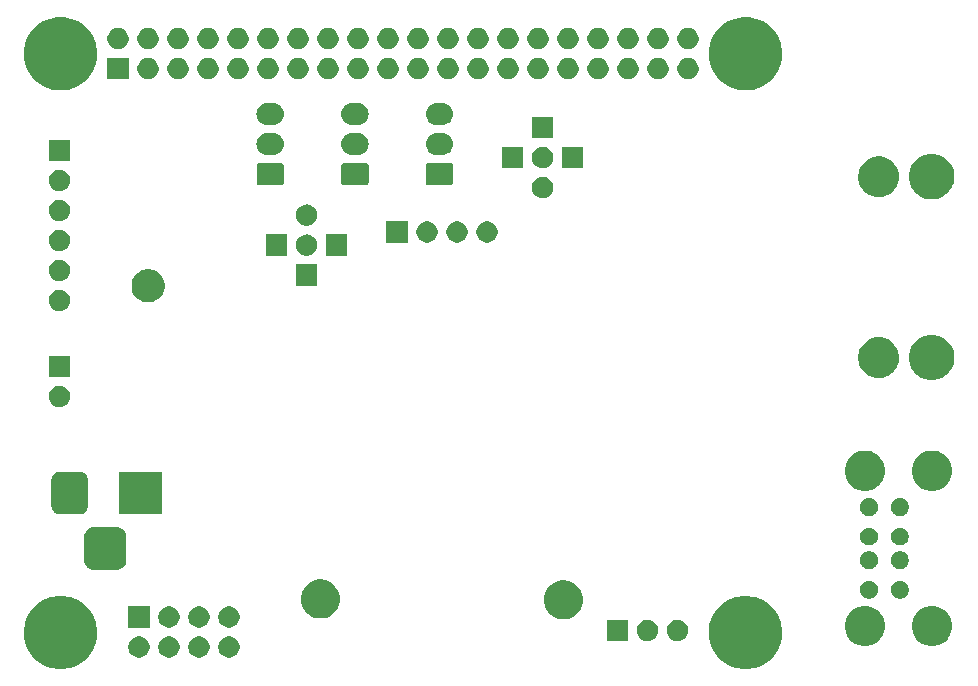
<source format=gbr>
G04 #@! TF.GenerationSoftware,KiCad,Pcbnew,(5.1.5)-3*
G04 #@! TF.CreationDate,2020-10-30T12:12:56+01:00*
G04 #@! TF.ProjectId,res_hat,7265735f-6861-4742-9e6b-696361645f70,V3*
G04 #@! TF.SameCoordinates,Original*
G04 #@! TF.FileFunction,Soldermask,Top*
G04 #@! TF.FilePolarity,Negative*
%FSLAX46Y46*%
G04 Gerber Fmt 4.6, Leading zero omitted, Abs format (unit mm)*
G04 Created by KiCad (PCBNEW (5.1.5)-3) date 2020-10-30 12:12:56*
%MOMM*%
%LPD*%
G04 APERTURE LIST*
%ADD10C,0.100000*%
G04 APERTURE END LIST*
D10*
G36*
X123967927Y-147758440D02*
G01*
X124272037Y-147818931D01*
X124836201Y-148052615D01*
X125343935Y-148391872D01*
X125775728Y-148823665D01*
X126114985Y-149331399D01*
X126348669Y-149895563D01*
X126408050Y-150194092D01*
X126467800Y-150494475D01*
X126467800Y-151105125D01*
X126449653Y-151196354D01*
X126348669Y-151704037D01*
X126114985Y-152268201D01*
X125775728Y-152775935D01*
X125343935Y-153207728D01*
X124836201Y-153546985D01*
X124272037Y-153780669D01*
X123972580Y-153840234D01*
X123673125Y-153899800D01*
X123062475Y-153899800D01*
X122763020Y-153840234D01*
X122463563Y-153780669D01*
X121899399Y-153546985D01*
X121391665Y-153207728D01*
X120959872Y-152775935D01*
X120620615Y-152268201D01*
X120386931Y-151704037D01*
X120285947Y-151196354D01*
X120267800Y-151105125D01*
X120267800Y-150494475D01*
X120327550Y-150194092D01*
X120386931Y-149895563D01*
X120620615Y-149331399D01*
X120959872Y-148823665D01*
X121391665Y-148391872D01*
X121899399Y-148052615D01*
X122463563Y-147818931D01*
X122767673Y-147758440D01*
X123062475Y-147699800D01*
X123673125Y-147699800D01*
X123967927Y-147758440D01*
G37*
G36*
X65979727Y-147758440D02*
G01*
X66283837Y-147818931D01*
X66848001Y-148052615D01*
X67355735Y-148391872D01*
X67787528Y-148823665D01*
X68126785Y-149331399D01*
X68360469Y-149895563D01*
X68419850Y-150194092D01*
X68479600Y-150494475D01*
X68479600Y-151105125D01*
X68461453Y-151196354D01*
X68360469Y-151704037D01*
X68126785Y-152268201D01*
X67787528Y-152775935D01*
X67355735Y-153207728D01*
X66848001Y-153546985D01*
X66283837Y-153780669D01*
X65984380Y-153840234D01*
X65684925Y-153899800D01*
X65074275Y-153899800D01*
X64774820Y-153840234D01*
X64475363Y-153780669D01*
X63911199Y-153546985D01*
X63403465Y-153207728D01*
X62971672Y-152775935D01*
X62632415Y-152268201D01*
X62398731Y-151704037D01*
X62297747Y-151196354D01*
X62279600Y-151105125D01*
X62279600Y-150494475D01*
X62339350Y-150194092D01*
X62398731Y-149895563D01*
X62632415Y-149331399D01*
X62971672Y-148823665D01*
X63403465Y-148391872D01*
X63911199Y-148052615D01*
X64475363Y-147818931D01*
X64779473Y-147758440D01*
X65074275Y-147699800D01*
X65684925Y-147699800D01*
X65979727Y-147758440D01*
G37*
G36*
X79752672Y-151138167D02*
G01*
X79901972Y-151167864D01*
X80065944Y-151235784D01*
X80213514Y-151334387D01*
X80339013Y-151459886D01*
X80437616Y-151607456D01*
X80505536Y-151771428D01*
X80540160Y-151945499D01*
X80540160Y-152122981D01*
X80505536Y-152297052D01*
X80437616Y-152461024D01*
X80339013Y-152608594D01*
X80213514Y-152734093D01*
X80065944Y-152832696D01*
X79901972Y-152900616D01*
X79752672Y-152930313D01*
X79727902Y-152935240D01*
X79550418Y-152935240D01*
X79525648Y-152930313D01*
X79376348Y-152900616D01*
X79212376Y-152832696D01*
X79064806Y-152734093D01*
X78939307Y-152608594D01*
X78840704Y-152461024D01*
X78772784Y-152297052D01*
X78738160Y-152122981D01*
X78738160Y-151945499D01*
X78772784Y-151771428D01*
X78840704Y-151607456D01*
X78939307Y-151459886D01*
X79064806Y-151334387D01*
X79212376Y-151235784D01*
X79376348Y-151167864D01*
X79525648Y-151138167D01*
X79550418Y-151133240D01*
X79727902Y-151133240D01*
X79752672Y-151138167D01*
G37*
G36*
X72132672Y-151138167D02*
G01*
X72281972Y-151167864D01*
X72445944Y-151235784D01*
X72593514Y-151334387D01*
X72719013Y-151459886D01*
X72817616Y-151607456D01*
X72885536Y-151771428D01*
X72920160Y-151945499D01*
X72920160Y-152122981D01*
X72885536Y-152297052D01*
X72817616Y-152461024D01*
X72719013Y-152608594D01*
X72593514Y-152734093D01*
X72445944Y-152832696D01*
X72281972Y-152900616D01*
X72132672Y-152930313D01*
X72107902Y-152935240D01*
X71930418Y-152935240D01*
X71905648Y-152930313D01*
X71756348Y-152900616D01*
X71592376Y-152832696D01*
X71444806Y-152734093D01*
X71319307Y-152608594D01*
X71220704Y-152461024D01*
X71152784Y-152297052D01*
X71118160Y-152122981D01*
X71118160Y-151945499D01*
X71152784Y-151771428D01*
X71220704Y-151607456D01*
X71319307Y-151459886D01*
X71444806Y-151334387D01*
X71592376Y-151235784D01*
X71756348Y-151167864D01*
X71905648Y-151138167D01*
X71930418Y-151133240D01*
X72107902Y-151133240D01*
X72132672Y-151138167D01*
G37*
G36*
X74672672Y-151138167D02*
G01*
X74821972Y-151167864D01*
X74985944Y-151235784D01*
X75133514Y-151334387D01*
X75259013Y-151459886D01*
X75357616Y-151607456D01*
X75425536Y-151771428D01*
X75460160Y-151945499D01*
X75460160Y-152122981D01*
X75425536Y-152297052D01*
X75357616Y-152461024D01*
X75259013Y-152608594D01*
X75133514Y-152734093D01*
X74985944Y-152832696D01*
X74821972Y-152900616D01*
X74672672Y-152930313D01*
X74647902Y-152935240D01*
X74470418Y-152935240D01*
X74445648Y-152930313D01*
X74296348Y-152900616D01*
X74132376Y-152832696D01*
X73984806Y-152734093D01*
X73859307Y-152608594D01*
X73760704Y-152461024D01*
X73692784Y-152297052D01*
X73658160Y-152122981D01*
X73658160Y-151945499D01*
X73692784Y-151771428D01*
X73760704Y-151607456D01*
X73859307Y-151459886D01*
X73984806Y-151334387D01*
X74132376Y-151235784D01*
X74296348Y-151167864D01*
X74445648Y-151138167D01*
X74470418Y-151133240D01*
X74647902Y-151133240D01*
X74672672Y-151138167D01*
G37*
G36*
X77212672Y-151138167D02*
G01*
X77361972Y-151167864D01*
X77525944Y-151235784D01*
X77673514Y-151334387D01*
X77799013Y-151459886D01*
X77897616Y-151607456D01*
X77965536Y-151771428D01*
X78000160Y-151945499D01*
X78000160Y-152122981D01*
X77965536Y-152297052D01*
X77897616Y-152461024D01*
X77799013Y-152608594D01*
X77673514Y-152734093D01*
X77525944Y-152832696D01*
X77361972Y-152900616D01*
X77212672Y-152930313D01*
X77187902Y-152935240D01*
X77010418Y-152935240D01*
X76985648Y-152930313D01*
X76836348Y-152900616D01*
X76672376Y-152832696D01*
X76524806Y-152734093D01*
X76399307Y-152608594D01*
X76300704Y-152461024D01*
X76232784Y-152297052D01*
X76198160Y-152122981D01*
X76198160Y-151945499D01*
X76232784Y-151771428D01*
X76300704Y-151607456D01*
X76399307Y-151459886D01*
X76524806Y-151334387D01*
X76672376Y-151235784D01*
X76836348Y-151167864D01*
X76985648Y-151138167D01*
X77010418Y-151133240D01*
X77187902Y-151133240D01*
X77212672Y-151138167D01*
G37*
G36*
X133977062Y-148609468D02*
G01*
X134286624Y-148737693D01*
X134371474Y-148794388D01*
X134565224Y-148923847D01*
X134802153Y-149160776D01*
X134858453Y-149245036D01*
X134988307Y-149439376D01*
X135116532Y-149748938D01*
X135181900Y-150077565D01*
X135181900Y-150412635D01*
X135116532Y-150741262D01*
X134988307Y-151050824D01*
X134952024Y-151105125D01*
X134802153Y-151329424D01*
X134565224Y-151566353D01*
X134379070Y-151690737D01*
X134286624Y-151752507D01*
X133977062Y-151880732D01*
X133648435Y-151946100D01*
X133313365Y-151946100D01*
X132984738Y-151880732D01*
X132675176Y-151752507D01*
X132582730Y-151690737D01*
X132396576Y-151566353D01*
X132159647Y-151329424D01*
X132009776Y-151105125D01*
X131973493Y-151050824D01*
X131845268Y-150741262D01*
X131779900Y-150412635D01*
X131779900Y-150077565D01*
X131845268Y-149748938D01*
X131973493Y-149439376D01*
X132103347Y-149245036D01*
X132159647Y-149160776D01*
X132396576Y-148923847D01*
X132590326Y-148794388D01*
X132675176Y-148737693D01*
X132984738Y-148609468D01*
X133313365Y-148544100D01*
X133648435Y-148544100D01*
X133977062Y-148609468D01*
G37*
G36*
X139657062Y-148609468D02*
G01*
X139966624Y-148737693D01*
X140051474Y-148794388D01*
X140245224Y-148923847D01*
X140482153Y-149160776D01*
X140538453Y-149245036D01*
X140668307Y-149439376D01*
X140796532Y-149748938D01*
X140861900Y-150077565D01*
X140861900Y-150412635D01*
X140796532Y-150741262D01*
X140668307Y-151050824D01*
X140632024Y-151105125D01*
X140482153Y-151329424D01*
X140245224Y-151566353D01*
X140059070Y-151690737D01*
X139966624Y-151752507D01*
X139657062Y-151880732D01*
X139328435Y-151946100D01*
X138993365Y-151946100D01*
X138664738Y-151880732D01*
X138355176Y-151752507D01*
X138262730Y-151690737D01*
X138076576Y-151566353D01*
X137839647Y-151329424D01*
X137689776Y-151105125D01*
X137653493Y-151050824D01*
X137525268Y-150741262D01*
X137459900Y-150412635D01*
X137459900Y-150077565D01*
X137525268Y-149748938D01*
X137653493Y-149439376D01*
X137783347Y-149245036D01*
X137839647Y-149160776D01*
X138076576Y-148923847D01*
X138270326Y-148794388D01*
X138355176Y-148737693D01*
X138664738Y-148609468D01*
X138993365Y-148544100D01*
X139328435Y-148544100D01*
X139657062Y-148609468D01*
G37*
G36*
X117715512Y-149725927D02*
G01*
X117864812Y-149755624D01*
X118028784Y-149823544D01*
X118176354Y-149922147D01*
X118301853Y-150047646D01*
X118400456Y-150195216D01*
X118468376Y-150359188D01*
X118503000Y-150533259D01*
X118503000Y-150710741D01*
X118468376Y-150884812D01*
X118400456Y-151048784D01*
X118301853Y-151196354D01*
X118176354Y-151321853D01*
X118028784Y-151420456D01*
X117864812Y-151488376D01*
X117715512Y-151518073D01*
X117690742Y-151523000D01*
X117513258Y-151523000D01*
X117488488Y-151518073D01*
X117339188Y-151488376D01*
X117175216Y-151420456D01*
X117027646Y-151321853D01*
X116902147Y-151196354D01*
X116803544Y-151048784D01*
X116735624Y-150884812D01*
X116701000Y-150710741D01*
X116701000Y-150533259D01*
X116735624Y-150359188D01*
X116803544Y-150195216D01*
X116902147Y-150047646D01*
X117027646Y-149922147D01*
X117175216Y-149823544D01*
X117339188Y-149755624D01*
X117488488Y-149725927D01*
X117513258Y-149721000D01*
X117690742Y-149721000D01*
X117715512Y-149725927D01*
G37*
G36*
X115175512Y-149725927D02*
G01*
X115324812Y-149755624D01*
X115488784Y-149823544D01*
X115636354Y-149922147D01*
X115761853Y-150047646D01*
X115860456Y-150195216D01*
X115928376Y-150359188D01*
X115963000Y-150533259D01*
X115963000Y-150710741D01*
X115928376Y-150884812D01*
X115860456Y-151048784D01*
X115761853Y-151196354D01*
X115636354Y-151321853D01*
X115488784Y-151420456D01*
X115324812Y-151488376D01*
X115175512Y-151518073D01*
X115150742Y-151523000D01*
X114973258Y-151523000D01*
X114948488Y-151518073D01*
X114799188Y-151488376D01*
X114635216Y-151420456D01*
X114487646Y-151321853D01*
X114362147Y-151196354D01*
X114263544Y-151048784D01*
X114195624Y-150884812D01*
X114161000Y-150710741D01*
X114161000Y-150533259D01*
X114195624Y-150359188D01*
X114263544Y-150195216D01*
X114362147Y-150047646D01*
X114487646Y-149922147D01*
X114635216Y-149823544D01*
X114799188Y-149755624D01*
X114948488Y-149725927D01*
X114973258Y-149721000D01*
X115150742Y-149721000D01*
X115175512Y-149725927D01*
G37*
G36*
X113423000Y-151523000D02*
G01*
X111621000Y-151523000D01*
X111621000Y-149721000D01*
X113423000Y-149721000D01*
X113423000Y-151523000D01*
G37*
G36*
X77212672Y-148598167D02*
G01*
X77361972Y-148627864D01*
X77525944Y-148695784D01*
X77673514Y-148794387D01*
X77799013Y-148919886D01*
X77897616Y-149067456D01*
X77965536Y-149231428D01*
X78000160Y-149405499D01*
X78000160Y-149582981D01*
X77965536Y-149757052D01*
X77897616Y-149921024D01*
X77799013Y-150068594D01*
X77673514Y-150194093D01*
X77525944Y-150292696D01*
X77361972Y-150360616D01*
X77212672Y-150390313D01*
X77187902Y-150395240D01*
X77010418Y-150395240D01*
X76985648Y-150390313D01*
X76836348Y-150360616D01*
X76672376Y-150292696D01*
X76524806Y-150194093D01*
X76399307Y-150068594D01*
X76300704Y-149921024D01*
X76232784Y-149757052D01*
X76198160Y-149582981D01*
X76198160Y-149405499D01*
X76232784Y-149231428D01*
X76300704Y-149067456D01*
X76399307Y-148919886D01*
X76524806Y-148794387D01*
X76672376Y-148695784D01*
X76836348Y-148627864D01*
X76985648Y-148598167D01*
X77010418Y-148593240D01*
X77187902Y-148593240D01*
X77212672Y-148598167D01*
G37*
G36*
X79752672Y-148598167D02*
G01*
X79901972Y-148627864D01*
X80065944Y-148695784D01*
X80213514Y-148794387D01*
X80339013Y-148919886D01*
X80437616Y-149067456D01*
X80505536Y-149231428D01*
X80540160Y-149405499D01*
X80540160Y-149582981D01*
X80505536Y-149757052D01*
X80437616Y-149921024D01*
X80339013Y-150068594D01*
X80213514Y-150194093D01*
X80065944Y-150292696D01*
X79901972Y-150360616D01*
X79752672Y-150390313D01*
X79727902Y-150395240D01*
X79550418Y-150395240D01*
X79525648Y-150390313D01*
X79376348Y-150360616D01*
X79212376Y-150292696D01*
X79064806Y-150194093D01*
X78939307Y-150068594D01*
X78840704Y-149921024D01*
X78772784Y-149757052D01*
X78738160Y-149582981D01*
X78738160Y-149405499D01*
X78772784Y-149231428D01*
X78840704Y-149067456D01*
X78939307Y-148919886D01*
X79064806Y-148794387D01*
X79212376Y-148695784D01*
X79376348Y-148627864D01*
X79525648Y-148598167D01*
X79550418Y-148593240D01*
X79727902Y-148593240D01*
X79752672Y-148598167D01*
G37*
G36*
X74672672Y-148598167D02*
G01*
X74821972Y-148627864D01*
X74985944Y-148695784D01*
X75133514Y-148794387D01*
X75259013Y-148919886D01*
X75357616Y-149067456D01*
X75425536Y-149231428D01*
X75460160Y-149405499D01*
X75460160Y-149582981D01*
X75425536Y-149757052D01*
X75357616Y-149921024D01*
X75259013Y-150068594D01*
X75133514Y-150194093D01*
X74985944Y-150292696D01*
X74821972Y-150360616D01*
X74672672Y-150390313D01*
X74647902Y-150395240D01*
X74470418Y-150395240D01*
X74445648Y-150390313D01*
X74296348Y-150360616D01*
X74132376Y-150292696D01*
X73984806Y-150194093D01*
X73859307Y-150068594D01*
X73760704Y-149921024D01*
X73692784Y-149757052D01*
X73658160Y-149582981D01*
X73658160Y-149405499D01*
X73692784Y-149231428D01*
X73760704Y-149067456D01*
X73859307Y-148919886D01*
X73984806Y-148794387D01*
X74132376Y-148695784D01*
X74296348Y-148627864D01*
X74445648Y-148598167D01*
X74470418Y-148593240D01*
X74647902Y-148593240D01*
X74672672Y-148598167D01*
G37*
G36*
X72920160Y-150395240D02*
G01*
X71118160Y-150395240D01*
X71118160Y-148593240D01*
X72920160Y-148593240D01*
X72920160Y-150395240D01*
G37*
G36*
X108327796Y-146435198D02*
G01*
X108434119Y-146456347D01*
X108734582Y-146580803D01*
X109004991Y-146761485D01*
X109234955Y-146991449D01*
X109415637Y-147261858D01*
X109527050Y-147530832D01*
X109540093Y-147562322D01*
X109587373Y-147800011D01*
X109603540Y-147881291D01*
X109603540Y-148206509D01*
X109540093Y-148525479D01*
X109415637Y-148825942D01*
X109234955Y-149096351D01*
X109004991Y-149326315D01*
X108734582Y-149506997D01*
X108434119Y-149631453D01*
X108327796Y-149652602D01*
X108115151Y-149694900D01*
X107789929Y-149694900D01*
X107577284Y-149652602D01*
X107470961Y-149631453D01*
X107170498Y-149506997D01*
X106900089Y-149326315D01*
X106670125Y-149096351D01*
X106489443Y-148825942D01*
X106364987Y-148525479D01*
X106301540Y-148206509D01*
X106301540Y-147881291D01*
X106317708Y-147800011D01*
X106364987Y-147562322D01*
X106378031Y-147530832D01*
X106489443Y-147261858D01*
X106670125Y-146991449D01*
X106900089Y-146761485D01*
X107170498Y-146580803D01*
X107470961Y-146456347D01*
X107577284Y-146435198D01*
X107789929Y-146392900D01*
X108115151Y-146392900D01*
X108327796Y-146435198D01*
G37*
G36*
X87751256Y-146353918D02*
G01*
X87857579Y-146375067D01*
X88158042Y-146499523D01*
X88428451Y-146680205D01*
X88658415Y-146910169D01*
X88786013Y-147101133D01*
X88839098Y-147180580D01*
X88963553Y-147481042D01*
X89027000Y-147800009D01*
X89027000Y-148125231D01*
X89010832Y-148206511D01*
X88963553Y-148444199D01*
X88839097Y-148744662D01*
X88658415Y-149015071D01*
X88428451Y-149245035D01*
X88158042Y-149425717D01*
X88158041Y-149425718D01*
X88158040Y-149425718D01*
X88070037Y-149462170D01*
X87857579Y-149550173D01*
X87751256Y-149571322D01*
X87538611Y-149613620D01*
X87213389Y-149613620D01*
X87000744Y-149571322D01*
X86894421Y-149550173D01*
X86681963Y-149462170D01*
X86593960Y-149425718D01*
X86593959Y-149425718D01*
X86593958Y-149425717D01*
X86323549Y-149245035D01*
X86093585Y-149015071D01*
X85912903Y-148744662D01*
X85788447Y-148444199D01*
X85741168Y-148206511D01*
X85725000Y-148125231D01*
X85725000Y-147800009D01*
X85788447Y-147481042D01*
X85912902Y-147180580D01*
X85965987Y-147101133D01*
X86093585Y-146910169D01*
X86323549Y-146680205D01*
X86593958Y-146499523D01*
X86894421Y-146375067D01*
X87000744Y-146353918D01*
X87213389Y-146311620D01*
X87538611Y-146311620D01*
X87751256Y-146353918D01*
G37*
G36*
X136669959Y-146452960D02*
G01*
X136782370Y-146499522D01*
X136806632Y-146509572D01*
X136929635Y-146591760D01*
X137034240Y-146696365D01*
X137116428Y-146819368D01*
X137116429Y-146819370D01*
X137173040Y-146956041D01*
X137201900Y-147101132D01*
X137201900Y-147249068D01*
X137173040Y-147394159D01*
X137116428Y-147530832D01*
X137034240Y-147653835D01*
X136929635Y-147758440D01*
X136806632Y-147840628D01*
X136806631Y-147840629D01*
X136806630Y-147840629D01*
X136669959Y-147897240D01*
X136524868Y-147926100D01*
X136376932Y-147926100D01*
X136231841Y-147897240D01*
X136095170Y-147840629D01*
X136095169Y-147840629D01*
X136095168Y-147840628D01*
X135972165Y-147758440D01*
X135867560Y-147653835D01*
X135785372Y-147530832D01*
X135728760Y-147394159D01*
X135699900Y-147249068D01*
X135699900Y-147101132D01*
X135728760Y-146956041D01*
X135785371Y-146819370D01*
X135785372Y-146819368D01*
X135867560Y-146696365D01*
X135972165Y-146591760D01*
X136095168Y-146509572D01*
X136119431Y-146499522D01*
X136231841Y-146452960D01*
X136376932Y-146424100D01*
X136524868Y-146424100D01*
X136669959Y-146452960D01*
G37*
G36*
X134049959Y-146452960D02*
G01*
X134162370Y-146499522D01*
X134186632Y-146509572D01*
X134309635Y-146591760D01*
X134414240Y-146696365D01*
X134496428Y-146819368D01*
X134496429Y-146819370D01*
X134553040Y-146956041D01*
X134581900Y-147101132D01*
X134581900Y-147249068D01*
X134553040Y-147394159D01*
X134496428Y-147530832D01*
X134414240Y-147653835D01*
X134309635Y-147758440D01*
X134186632Y-147840628D01*
X134186631Y-147840629D01*
X134186630Y-147840629D01*
X134049959Y-147897240D01*
X133904868Y-147926100D01*
X133756932Y-147926100D01*
X133611841Y-147897240D01*
X133475170Y-147840629D01*
X133475169Y-147840629D01*
X133475168Y-147840628D01*
X133352165Y-147758440D01*
X133247560Y-147653835D01*
X133165372Y-147530832D01*
X133108760Y-147394159D01*
X133079900Y-147249068D01*
X133079900Y-147101132D01*
X133108760Y-146956041D01*
X133165371Y-146819370D01*
X133165372Y-146819368D01*
X133247560Y-146696365D01*
X133352165Y-146591760D01*
X133475168Y-146509572D01*
X133499431Y-146499522D01*
X133611841Y-146452960D01*
X133756932Y-146424100D01*
X133904868Y-146424100D01*
X134049959Y-146452960D01*
G37*
G36*
X70287766Y-141904495D02*
G01*
X70444860Y-141952149D01*
X70589631Y-142029531D01*
X70716528Y-142133672D01*
X70820669Y-142260569D01*
X70898051Y-142405340D01*
X70945705Y-142562434D01*
X70962400Y-142731940D01*
X70962400Y-144645660D01*
X70945705Y-144815166D01*
X70898051Y-144972260D01*
X70820669Y-145117031D01*
X70716528Y-145243928D01*
X70589631Y-145348069D01*
X70444860Y-145425451D01*
X70287766Y-145473105D01*
X70118260Y-145489800D01*
X68204540Y-145489800D01*
X68035034Y-145473105D01*
X67877940Y-145425451D01*
X67733169Y-145348069D01*
X67606272Y-145243928D01*
X67502131Y-145117031D01*
X67424749Y-144972260D01*
X67377095Y-144815166D01*
X67360400Y-144645660D01*
X67360400Y-142731940D01*
X67377095Y-142562434D01*
X67424749Y-142405340D01*
X67502131Y-142260569D01*
X67606272Y-142133672D01*
X67733169Y-142029531D01*
X67877940Y-141952149D01*
X68035034Y-141904495D01*
X68204540Y-141887800D01*
X70118260Y-141887800D01*
X70287766Y-141904495D01*
G37*
G36*
X136669959Y-143952960D02*
G01*
X136806632Y-144009572D01*
X136929635Y-144091760D01*
X137034240Y-144196365D01*
X137034241Y-144196367D01*
X137116429Y-144319370D01*
X137173040Y-144456041D01*
X137199547Y-144589300D01*
X137201900Y-144601133D01*
X137201900Y-144749067D01*
X137173040Y-144894159D01*
X137116428Y-145030832D01*
X137034240Y-145153835D01*
X136929635Y-145258440D01*
X136806632Y-145340628D01*
X136806631Y-145340629D01*
X136806630Y-145340629D01*
X136669959Y-145397240D01*
X136524868Y-145426100D01*
X136376932Y-145426100D01*
X136231841Y-145397240D01*
X136095170Y-145340629D01*
X136095169Y-145340629D01*
X136095168Y-145340628D01*
X135972165Y-145258440D01*
X135867560Y-145153835D01*
X135785372Y-145030832D01*
X135728760Y-144894159D01*
X135699900Y-144749067D01*
X135699900Y-144601133D01*
X135702254Y-144589300D01*
X135728760Y-144456041D01*
X135785371Y-144319370D01*
X135867559Y-144196367D01*
X135867560Y-144196365D01*
X135972165Y-144091760D01*
X136095168Y-144009572D01*
X136231841Y-143952960D01*
X136376932Y-143924100D01*
X136524868Y-143924100D01*
X136669959Y-143952960D01*
G37*
G36*
X134049959Y-143952960D02*
G01*
X134186632Y-144009572D01*
X134309635Y-144091760D01*
X134414240Y-144196365D01*
X134414241Y-144196367D01*
X134496429Y-144319370D01*
X134553040Y-144456041D01*
X134579547Y-144589300D01*
X134581900Y-144601133D01*
X134581900Y-144749067D01*
X134553040Y-144894159D01*
X134496428Y-145030832D01*
X134414240Y-145153835D01*
X134309635Y-145258440D01*
X134186632Y-145340628D01*
X134186631Y-145340629D01*
X134186630Y-145340629D01*
X134049959Y-145397240D01*
X133904868Y-145426100D01*
X133756932Y-145426100D01*
X133611841Y-145397240D01*
X133475170Y-145340629D01*
X133475169Y-145340629D01*
X133475168Y-145340628D01*
X133352165Y-145258440D01*
X133247560Y-145153835D01*
X133165372Y-145030832D01*
X133108760Y-144894159D01*
X133079900Y-144749067D01*
X133079900Y-144601133D01*
X133082254Y-144589300D01*
X133108760Y-144456041D01*
X133165371Y-144319370D01*
X133247559Y-144196367D01*
X133247560Y-144196365D01*
X133352165Y-144091760D01*
X133475168Y-144009572D01*
X133611841Y-143952960D01*
X133756932Y-143924100D01*
X133904868Y-143924100D01*
X134049959Y-143952960D01*
G37*
G36*
X134049959Y-141952960D02*
G01*
X134058134Y-141956346D01*
X134186632Y-142009572D01*
X134309635Y-142091760D01*
X134414240Y-142196365D01*
X134496428Y-142319368D01*
X134496429Y-142319370D01*
X134553040Y-142456041D01*
X134574203Y-142562434D01*
X134581900Y-142601133D01*
X134581900Y-142749067D01*
X134553040Y-142894159D01*
X134496428Y-143030832D01*
X134414240Y-143153835D01*
X134309635Y-143258440D01*
X134186632Y-143340628D01*
X134186631Y-143340629D01*
X134186630Y-143340629D01*
X134049959Y-143397240D01*
X133904868Y-143426100D01*
X133756932Y-143426100D01*
X133611841Y-143397240D01*
X133475170Y-143340629D01*
X133475169Y-143340629D01*
X133475168Y-143340628D01*
X133352165Y-143258440D01*
X133247560Y-143153835D01*
X133165372Y-143030832D01*
X133108760Y-142894159D01*
X133079900Y-142749067D01*
X133079900Y-142601133D01*
X133087598Y-142562434D01*
X133108760Y-142456041D01*
X133165371Y-142319370D01*
X133165372Y-142319368D01*
X133247560Y-142196365D01*
X133352165Y-142091760D01*
X133475168Y-142009572D01*
X133603667Y-141956346D01*
X133611841Y-141952960D01*
X133756932Y-141924100D01*
X133904868Y-141924100D01*
X134049959Y-141952960D01*
G37*
G36*
X136669959Y-141952960D02*
G01*
X136678134Y-141956346D01*
X136806632Y-142009572D01*
X136929635Y-142091760D01*
X137034240Y-142196365D01*
X137116428Y-142319368D01*
X137116429Y-142319370D01*
X137173040Y-142456041D01*
X137194203Y-142562434D01*
X137201900Y-142601133D01*
X137201900Y-142749067D01*
X137173040Y-142894159D01*
X137116428Y-143030832D01*
X137034240Y-143153835D01*
X136929635Y-143258440D01*
X136806632Y-143340628D01*
X136806631Y-143340629D01*
X136806630Y-143340629D01*
X136669959Y-143397240D01*
X136524868Y-143426100D01*
X136376932Y-143426100D01*
X136231841Y-143397240D01*
X136095170Y-143340629D01*
X136095169Y-143340629D01*
X136095168Y-143340628D01*
X135972165Y-143258440D01*
X135867560Y-143153835D01*
X135785372Y-143030832D01*
X135728760Y-142894159D01*
X135699900Y-142749067D01*
X135699900Y-142601133D01*
X135707598Y-142562434D01*
X135728760Y-142456041D01*
X135785371Y-142319370D01*
X135785372Y-142319368D01*
X135867560Y-142196365D01*
X135972165Y-142091760D01*
X136095168Y-142009572D01*
X136223667Y-141956346D01*
X136231841Y-141952960D01*
X136376932Y-141924100D01*
X136524868Y-141924100D01*
X136669959Y-141952960D01*
G37*
G36*
X134049959Y-139452960D02*
G01*
X134186632Y-139509572D01*
X134309635Y-139591760D01*
X134414240Y-139696365D01*
X134496428Y-139819368D01*
X134553040Y-139956041D01*
X134581900Y-140101133D01*
X134581900Y-140249067D01*
X134553040Y-140394159D01*
X134496428Y-140530832D01*
X134414240Y-140653835D01*
X134309635Y-140758440D01*
X134186632Y-140840628D01*
X134186631Y-140840629D01*
X134186630Y-140840629D01*
X134049959Y-140897240D01*
X133904868Y-140926100D01*
X133756932Y-140926100D01*
X133611841Y-140897240D01*
X133475170Y-140840629D01*
X133475169Y-140840629D01*
X133475168Y-140840628D01*
X133352165Y-140758440D01*
X133247560Y-140653835D01*
X133165372Y-140530832D01*
X133108760Y-140394159D01*
X133079900Y-140249067D01*
X133079900Y-140101133D01*
X133108760Y-139956041D01*
X133165372Y-139819368D01*
X133247560Y-139696365D01*
X133352165Y-139591760D01*
X133475168Y-139509572D01*
X133611841Y-139452960D01*
X133756932Y-139424100D01*
X133904868Y-139424100D01*
X134049959Y-139452960D01*
G37*
G36*
X136669959Y-139452960D02*
G01*
X136806632Y-139509572D01*
X136929635Y-139591760D01*
X137034240Y-139696365D01*
X137116428Y-139819368D01*
X137173040Y-139956041D01*
X137201900Y-140101133D01*
X137201900Y-140249067D01*
X137173040Y-140394159D01*
X137116428Y-140530832D01*
X137034240Y-140653835D01*
X136929635Y-140758440D01*
X136806632Y-140840628D01*
X136806631Y-140840629D01*
X136806630Y-140840629D01*
X136669959Y-140897240D01*
X136524868Y-140926100D01*
X136376932Y-140926100D01*
X136231841Y-140897240D01*
X136095170Y-140840629D01*
X136095169Y-140840629D01*
X136095168Y-140840628D01*
X135972165Y-140758440D01*
X135867560Y-140653835D01*
X135785372Y-140530832D01*
X135728760Y-140394159D01*
X135699900Y-140249067D01*
X135699900Y-140101133D01*
X135728760Y-139956041D01*
X135785372Y-139819368D01*
X135867560Y-139696365D01*
X135972165Y-139591760D01*
X136095168Y-139509572D01*
X136231841Y-139452960D01*
X136376932Y-139424100D01*
X136524868Y-139424100D01*
X136669959Y-139452960D01*
G37*
G36*
X73962400Y-140789800D02*
G01*
X70360400Y-140789800D01*
X70360400Y-137187800D01*
X73962400Y-137187800D01*
X73962400Y-140789800D01*
G37*
G36*
X67138379Y-137202093D02*
G01*
X67272025Y-137242634D01*
X67395184Y-137308464D01*
X67503140Y-137397060D01*
X67591736Y-137505016D01*
X67657566Y-137628175D01*
X67698107Y-137761821D01*
X67712400Y-137906940D01*
X67712400Y-140070660D01*
X67698107Y-140215779D01*
X67657566Y-140349425D01*
X67591736Y-140472584D01*
X67503140Y-140580540D01*
X67395184Y-140669136D01*
X67272025Y-140734966D01*
X67138379Y-140775507D01*
X66993260Y-140789800D01*
X65329540Y-140789800D01*
X65184421Y-140775507D01*
X65050775Y-140734966D01*
X64927616Y-140669136D01*
X64819660Y-140580540D01*
X64731064Y-140472584D01*
X64665234Y-140349425D01*
X64624693Y-140215779D01*
X64610400Y-140070660D01*
X64610400Y-137906940D01*
X64624693Y-137761821D01*
X64665234Y-137628175D01*
X64731064Y-137505016D01*
X64819660Y-137397060D01*
X64927616Y-137308464D01*
X65050775Y-137242634D01*
X65184421Y-137202093D01*
X65329540Y-137187800D01*
X66993260Y-137187800D01*
X67138379Y-137202093D01*
G37*
G36*
X139657062Y-135469468D02*
G01*
X139966624Y-135597693D01*
X139966625Y-135597694D01*
X140245224Y-135783847D01*
X140482153Y-136020776D01*
X140606537Y-136206930D01*
X140668307Y-136299376D01*
X140796532Y-136608938D01*
X140861900Y-136937565D01*
X140861900Y-137272635D01*
X140796532Y-137601262D01*
X140668307Y-137910824D01*
X140606537Y-138003270D01*
X140482153Y-138189424D01*
X140245224Y-138426353D01*
X140059070Y-138550737D01*
X139966624Y-138612507D01*
X139657062Y-138740732D01*
X139328435Y-138806100D01*
X138993365Y-138806100D01*
X138664738Y-138740732D01*
X138355176Y-138612507D01*
X138262730Y-138550737D01*
X138076576Y-138426353D01*
X137839647Y-138189424D01*
X137715263Y-138003270D01*
X137653493Y-137910824D01*
X137525268Y-137601262D01*
X137459900Y-137272635D01*
X137459900Y-136937565D01*
X137525268Y-136608938D01*
X137653493Y-136299376D01*
X137715263Y-136206930D01*
X137839647Y-136020776D01*
X138076576Y-135783847D01*
X138355175Y-135597694D01*
X138355176Y-135597693D01*
X138664738Y-135469468D01*
X138993365Y-135404100D01*
X139328435Y-135404100D01*
X139657062Y-135469468D01*
G37*
G36*
X133977062Y-135469468D02*
G01*
X134286624Y-135597693D01*
X134286625Y-135597694D01*
X134565224Y-135783847D01*
X134802153Y-136020776D01*
X134926537Y-136206930D01*
X134988307Y-136299376D01*
X135116532Y-136608938D01*
X135181900Y-136937565D01*
X135181900Y-137272635D01*
X135116532Y-137601262D01*
X134988307Y-137910824D01*
X134926537Y-138003270D01*
X134802153Y-138189424D01*
X134565224Y-138426353D01*
X134379070Y-138550737D01*
X134286624Y-138612507D01*
X133977062Y-138740732D01*
X133648435Y-138806100D01*
X133313365Y-138806100D01*
X132984738Y-138740732D01*
X132675176Y-138612507D01*
X132582730Y-138550737D01*
X132396576Y-138426353D01*
X132159647Y-138189424D01*
X132035263Y-138003270D01*
X131973493Y-137910824D01*
X131845268Y-137601262D01*
X131779900Y-137272635D01*
X131779900Y-136937565D01*
X131845268Y-136608938D01*
X131973493Y-136299376D01*
X132035263Y-136206930D01*
X132159647Y-136020776D01*
X132396576Y-135783847D01*
X132675175Y-135597694D01*
X132675176Y-135597693D01*
X132984738Y-135469468D01*
X133313365Y-135404100D01*
X133648435Y-135404100D01*
X133977062Y-135469468D01*
G37*
G36*
X65391512Y-129913927D02*
G01*
X65540812Y-129943624D01*
X65704784Y-130011544D01*
X65852354Y-130110147D01*
X65977853Y-130235646D01*
X66076456Y-130383216D01*
X66144376Y-130547188D01*
X66179000Y-130721259D01*
X66179000Y-130898741D01*
X66144376Y-131072812D01*
X66076456Y-131236784D01*
X65977853Y-131384354D01*
X65852354Y-131509853D01*
X65704784Y-131608456D01*
X65540812Y-131676376D01*
X65391512Y-131706073D01*
X65366742Y-131711000D01*
X65189258Y-131711000D01*
X65164488Y-131706073D01*
X65015188Y-131676376D01*
X64851216Y-131608456D01*
X64703646Y-131509853D01*
X64578147Y-131384354D01*
X64479544Y-131236784D01*
X64411624Y-131072812D01*
X64377000Y-130898741D01*
X64377000Y-130721259D01*
X64411624Y-130547188D01*
X64479544Y-130383216D01*
X64578147Y-130235646D01*
X64703646Y-130110147D01*
X64851216Y-130011544D01*
X65015188Y-129943624D01*
X65164488Y-129913927D01*
X65189258Y-129909000D01*
X65366742Y-129909000D01*
X65391512Y-129913927D01*
G37*
G36*
X139701765Y-125669467D02*
G01*
X140053093Y-125814992D01*
X140053095Y-125814993D01*
X140126717Y-125864186D01*
X140369281Y-126026262D01*
X140638178Y-126295159D01*
X140849448Y-126611347D01*
X140994973Y-126962675D01*
X141069160Y-127335641D01*
X141069160Y-127715919D01*
X140994973Y-128088885D01*
X140849448Y-128440213D01*
X140849447Y-128440215D01*
X140638177Y-128756402D01*
X140369282Y-129025297D01*
X140053095Y-129236567D01*
X140053094Y-129236568D01*
X140053093Y-129236568D01*
X139701765Y-129382093D01*
X139328799Y-129456280D01*
X138948521Y-129456280D01*
X138575555Y-129382093D01*
X138224227Y-129236568D01*
X138224226Y-129236568D01*
X138224225Y-129236567D01*
X137908038Y-129025297D01*
X137639143Y-128756402D01*
X137427873Y-128440215D01*
X137427872Y-128440213D01*
X137282347Y-128088885D01*
X137208160Y-127715919D01*
X137208160Y-127335641D01*
X137282347Y-126962675D01*
X137427872Y-126611347D01*
X137639142Y-126295159D01*
X137908039Y-126026262D01*
X138150603Y-125864186D01*
X138224225Y-125814993D01*
X138224227Y-125814992D01*
X138575555Y-125669467D01*
X138948521Y-125595280D01*
X139328799Y-125595280D01*
X139701765Y-125669467D01*
G37*
G36*
X134895384Y-125814992D02*
G01*
X135142699Y-125864186D01*
X135457175Y-125994446D01*
X135740196Y-126183555D01*
X135980885Y-126424244D01*
X136169994Y-126707265D01*
X136275788Y-126962674D01*
X136300254Y-127021742D01*
X136366660Y-127355586D01*
X136366660Y-127695974D01*
X136333457Y-127862896D01*
X136300254Y-128029819D01*
X136169994Y-128344295D01*
X135980885Y-128627316D01*
X135740196Y-128868005D01*
X135457175Y-129057114D01*
X135142699Y-129187374D01*
X134975776Y-129220577D01*
X134808854Y-129253780D01*
X134468466Y-129253780D01*
X134301544Y-129220577D01*
X134134621Y-129187374D01*
X133820145Y-129057114D01*
X133537124Y-128868005D01*
X133296435Y-128627316D01*
X133107326Y-128344295D01*
X132977066Y-128029819D01*
X132943863Y-127862896D01*
X132910660Y-127695974D01*
X132910660Y-127355586D01*
X132977066Y-127021742D01*
X133001533Y-126962674D01*
X133107326Y-126707265D01*
X133296435Y-126424244D01*
X133537124Y-126183555D01*
X133820145Y-125994446D01*
X134134621Y-125864186D01*
X134381936Y-125814992D01*
X134468466Y-125797780D01*
X134808854Y-125797780D01*
X134895384Y-125814992D01*
G37*
G36*
X66179000Y-129171000D02*
G01*
X64377000Y-129171000D01*
X64377000Y-127369000D01*
X66179000Y-127369000D01*
X66179000Y-129171000D01*
G37*
G36*
X65391512Y-121785927D02*
G01*
X65540812Y-121815624D01*
X65704784Y-121883544D01*
X65852354Y-121982147D01*
X65977853Y-122107646D01*
X66076456Y-122255216D01*
X66144376Y-122419188D01*
X66179000Y-122593259D01*
X66179000Y-122770741D01*
X66144376Y-122944812D01*
X66076456Y-123108784D01*
X65977853Y-123256354D01*
X65852354Y-123381853D01*
X65704784Y-123480456D01*
X65540812Y-123548376D01*
X65391512Y-123578073D01*
X65366742Y-123583000D01*
X65189258Y-123583000D01*
X65164488Y-123578073D01*
X65015188Y-123548376D01*
X64851216Y-123480456D01*
X64703646Y-123381853D01*
X64578147Y-123256354D01*
X64479544Y-123108784D01*
X64411624Y-122944812D01*
X64377000Y-122770741D01*
X64377000Y-122593259D01*
X64411624Y-122419188D01*
X64479544Y-122255216D01*
X64578147Y-122107646D01*
X64703646Y-121982147D01*
X64851216Y-121883544D01*
X65015188Y-121815624D01*
X65164488Y-121785927D01*
X65189258Y-121781000D01*
X65366742Y-121781000D01*
X65391512Y-121785927D01*
G37*
G36*
X73112293Y-120077373D02*
G01*
X73202517Y-120095319D01*
X73308127Y-120139065D01*
X73457481Y-120200929D01*
X73457482Y-120200930D01*
X73686946Y-120354252D01*
X73882088Y-120549394D01*
X73984535Y-120702717D01*
X74035411Y-120778859D01*
X74141021Y-121033824D01*
X74194860Y-121304492D01*
X74194860Y-121580468D01*
X74141021Y-121851136D01*
X74035411Y-122106101D01*
X74034378Y-122107647D01*
X73882088Y-122335566D01*
X73686946Y-122530708D01*
X73593331Y-122593259D01*
X73457481Y-122684031D01*
X73308127Y-122745895D01*
X73202517Y-122789641D01*
X73112293Y-122807587D01*
X72931848Y-122843480D01*
X72655872Y-122843480D01*
X72475427Y-122807587D01*
X72385203Y-122789641D01*
X72279593Y-122745895D01*
X72130239Y-122684031D01*
X71994389Y-122593259D01*
X71900774Y-122530708D01*
X71705632Y-122335566D01*
X71553342Y-122107647D01*
X71552309Y-122106101D01*
X71446699Y-121851136D01*
X71392860Y-121580468D01*
X71392860Y-121304492D01*
X71446699Y-121033824D01*
X71552309Y-120778859D01*
X71603185Y-120702717D01*
X71705632Y-120549394D01*
X71900774Y-120354252D01*
X72130238Y-120200930D01*
X72130239Y-120200929D01*
X72279593Y-120139065D01*
X72385203Y-120095319D01*
X72475427Y-120077373D01*
X72655872Y-120041480D01*
X72931848Y-120041480D01*
X73112293Y-120077373D01*
G37*
G36*
X87116220Y-121446860D02*
G01*
X85314220Y-121446860D01*
X85314220Y-119644860D01*
X87116220Y-119644860D01*
X87116220Y-121446860D01*
G37*
G36*
X65391512Y-119245927D02*
G01*
X65540812Y-119275624D01*
X65704784Y-119343544D01*
X65852354Y-119442147D01*
X65977853Y-119567646D01*
X66076456Y-119715216D01*
X66144376Y-119879188D01*
X66179000Y-120053259D01*
X66179000Y-120230741D01*
X66144376Y-120404812D01*
X66076456Y-120568784D01*
X65977853Y-120716354D01*
X65852354Y-120841853D01*
X65704784Y-120940456D01*
X65540812Y-121008376D01*
X65391512Y-121038073D01*
X65366742Y-121043000D01*
X65189258Y-121043000D01*
X65164488Y-121038073D01*
X65015188Y-121008376D01*
X64851216Y-120940456D01*
X64703646Y-120841853D01*
X64578147Y-120716354D01*
X64479544Y-120568784D01*
X64411624Y-120404812D01*
X64377000Y-120230741D01*
X64377000Y-120053259D01*
X64411624Y-119879188D01*
X64479544Y-119715216D01*
X64578147Y-119567646D01*
X64703646Y-119442147D01*
X64851216Y-119343544D01*
X65015188Y-119275624D01*
X65164488Y-119245927D01*
X65189258Y-119241000D01*
X65366742Y-119241000D01*
X65391512Y-119245927D01*
G37*
G36*
X86328732Y-117109787D02*
G01*
X86478032Y-117139484D01*
X86642004Y-117207404D01*
X86789574Y-117306007D01*
X86915073Y-117431506D01*
X87013676Y-117579076D01*
X87081596Y-117743048D01*
X87116220Y-117917119D01*
X87116220Y-118094601D01*
X87081596Y-118268672D01*
X87013676Y-118432644D01*
X86915073Y-118580214D01*
X86789574Y-118705713D01*
X86642004Y-118804316D01*
X86478032Y-118872236D01*
X86328732Y-118901933D01*
X86303962Y-118906860D01*
X86126478Y-118906860D01*
X86101708Y-118901933D01*
X85952408Y-118872236D01*
X85788436Y-118804316D01*
X85640866Y-118705713D01*
X85515367Y-118580214D01*
X85416764Y-118432644D01*
X85348844Y-118268672D01*
X85314220Y-118094601D01*
X85314220Y-117917119D01*
X85348844Y-117743048D01*
X85416764Y-117579076D01*
X85515367Y-117431506D01*
X85640866Y-117306007D01*
X85788436Y-117207404D01*
X85952408Y-117139484D01*
X86101708Y-117109787D01*
X86126478Y-117104860D01*
X86303962Y-117104860D01*
X86328732Y-117109787D01*
G37*
G36*
X84576220Y-118904320D02*
G01*
X82774220Y-118904320D01*
X82774220Y-117102320D01*
X84576220Y-117102320D01*
X84576220Y-118904320D01*
G37*
G36*
X89656220Y-118904320D02*
G01*
X87854220Y-118904320D01*
X87854220Y-117102320D01*
X89656220Y-117102320D01*
X89656220Y-118904320D01*
G37*
G36*
X65391512Y-116705927D02*
G01*
X65540812Y-116735624D01*
X65704784Y-116803544D01*
X65852354Y-116902147D01*
X65977853Y-117027646D01*
X66076456Y-117175216D01*
X66144376Y-117339188D01*
X66179000Y-117513259D01*
X66179000Y-117690741D01*
X66144376Y-117864812D01*
X66076456Y-118028784D01*
X65977853Y-118176354D01*
X65852354Y-118301853D01*
X65704784Y-118400456D01*
X65540812Y-118468376D01*
X65391512Y-118498073D01*
X65366742Y-118503000D01*
X65189258Y-118503000D01*
X65164488Y-118498073D01*
X65015188Y-118468376D01*
X64851216Y-118400456D01*
X64703646Y-118301853D01*
X64578147Y-118176354D01*
X64479544Y-118028784D01*
X64411624Y-117864812D01*
X64377000Y-117690741D01*
X64377000Y-117513259D01*
X64411624Y-117339188D01*
X64479544Y-117175216D01*
X64578147Y-117027646D01*
X64703646Y-116902147D01*
X64851216Y-116803544D01*
X65015188Y-116735624D01*
X65164488Y-116705927D01*
X65189258Y-116701000D01*
X65366742Y-116701000D01*
X65391512Y-116705927D01*
G37*
G36*
X96519212Y-115994727D02*
G01*
X96668512Y-116024424D01*
X96832484Y-116092344D01*
X96980054Y-116190947D01*
X97105553Y-116316446D01*
X97204156Y-116464016D01*
X97272076Y-116627988D01*
X97306700Y-116802059D01*
X97306700Y-116979541D01*
X97272076Y-117153612D01*
X97204156Y-117317584D01*
X97105553Y-117465154D01*
X96980054Y-117590653D01*
X96832484Y-117689256D01*
X96668512Y-117757176D01*
X96519212Y-117786873D01*
X96494442Y-117791800D01*
X96316958Y-117791800D01*
X96292188Y-117786873D01*
X96142888Y-117757176D01*
X95978916Y-117689256D01*
X95831346Y-117590653D01*
X95705847Y-117465154D01*
X95607244Y-117317584D01*
X95539324Y-117153612D01*
X95504700Y-116979541D01*
X95504700Y-116802059D01*
X95539324Y-116627988D01*
X95607244Y-116464016D01*
X95705847Y-116316446D01*
X95831346Y-116190947D01*
X95978916Y-116092344D01*
X96142888Y-116024424D01*
X96292188Y-115994727D01*
X96316958Y-115989800D01*
X96494442Y-115989800D01*
X96519212Y-115994727D01*
G37*
G36*
X94766700Y-117791800D02*
G01*
X92964700Y-117791800D01*
X92964700Y-115989800D01*
X94766700Y-115989800D01*
X94766700Y-117791800D01*
G37*
G36*
X99059212Y-115994727D02*
G01*
X99208512Y-116024424D01*
X99372484Y-116092344D01*
X99520054Y-116190947D01*
X99645553Y-116316446D01*
X99744156Y-116464016D01*
X99812076Y-116627988D01*
X99846700Y-116802059D01*
X99846700Y-116979541D01*
X99812076Y-117153612D01*
X99744156Y-117317584D01*
X99645553Y-117465154D01*
X99520054Y-117590653D01*
X99372484Y-117689256D01*
X99208512Y-117757176D01*
X99059212Y-117786873D01*
X99034442Y-117791800D01*
X98856958Y-117791800D01*
X98832188Y-117786873D01*
X98682888Y-117757176D01*
X98518916Y-117689256D01*
X98371346Y-117590653D01*
X98245847Y-117465154D01*
X98147244Y-117317584D01*
X98079324Y-117153612D01*
X98044700Y-116979541D01*
X98044700Y-116802059D01*
X98079324Y-116627988D01*
X98147244Y-116464016D01*
X98245847Y-116316446D01*
X98371346Y-116190947D01*
X98518916Y-116092344D01*
X98682888Y-116024424D01*
X98832188Y-115994727D01*
X98856958Y-115989800D01*
X99034442Y-115989800D01*
X99059212Y-115994727D01*
G37*
G36*
X101599212Y-115994727D02*
G01*
X101748512Y-116024424D01*
X101912484Y-116092344D01*
X102060054Y-116190947D01*
X102185553Y-116316446D01*
X102284156Y-116464016D01*
X102352076Y-116627988D01*
X102386700Y-116802059D01*
X102386700Y-116979541D01*
X102352076Y-117153612D01*
X102284156Y-117317584D01*
X102185553Y-117465154D01*
X102060054Y-117590653D01*
X101912484Y-117689256D01*
X101748512Y-117757176D01*
X101599212Y-117786873D01*
X101574442Y-117791800D01*
X101396958Y-117791800D01*
X101372188Y-117786873D01*
X101222888Y-117757176D01*
X101058916Y-117689256D01*
X100911346Y-117590653D01*
X100785847Y-117465154D01*
X100687244Y-117317584D01*
X100619324Y-117153612D01*
X100584700Y-116979541D01*
X100584700Y-116802059D01*
X100619324Y-116627988D01*
X100687244Y-116464016D01*
X100785847Y-116316446D01*
X100911346Y-116190947D01*
X101058916Y-116092344D01*
X101222888Y-116024424D01*
X101372188Y-115994727D01*
X101396958Y-115989800D01*
X101574442Y-115989800D01*
X101599212Y-115994727D01*
G37*
G36*
X86328732Y-114569787D02*
G01*
X86478032Y-114599484D01*
X86642004Y-114667404D01*
X86789574Y-114766007D01*
X86915073Y-114891506D01*
X87013676Y-115039076D01*
X87081596Y-115203048D01*
X87116220Y-115377119D01*
X87116220Y-115554601D01*
X87081596Y-115728672D01*
X87013676Y-115892644D01*
X86915073Y-116040214D01*
X86789574Y-116165713D01*
X86642004Y-116264316D01*
X86478032Y-116332236D01*
X86328732Y-116361933D01*
X86303962Y-116366860D01*
X86126478Y-116366860D01*
X86101708Y-116361933D01*
X85952408Y-116332236D01*
X85788436Y-116264316D01*
X85640866Y-116165713D01*
X85515367Y-116040214D01*
X85416764Y-115892644D01*
X85348844Y-115728672D01*
X85314220Y-115554601D01*
X85314220Y-115377119D01*
X85348844Y-115203048D01*
X85416764Y-115039076D01*
X85515367Y-114891506D01*
X85640866Y-114766007D01*
X85788436Y-114667404D01*
X85952408Y-114599484D01*
X86101708Y-114569787D01*
X86126478Y-114564860D01*
X86303962Y-114564860D01*
X86328732Y-114569787D01*
G37*
G36*
X65391512Y-114165927D02*
G01*
X65540812Y-114195624D01*
X65704784Y-114263544D01*
X65852354Y-114362147D01*
X65977853Y-114487646D01*
X66076456Y-114635216D01*
X66144376Y-114799188D01*
X66179000Y-114973259D01*
X66179000Y-115150741D01*
X66144376Y-115324812D01*
X66076456Y-115488784D01*
X65977853Y-115636354D01*
X65852354Y-115761853D01*
X65704784Y-115860456D01*
X65540812Y-115928376D01*
X65391512Y-115958073D01*
X65366742Y-115963000D01*
X65189258Y-115963000D01*
X65164488Y-115958073D01*
X65015188Y-115928376D01*
X64851216Y-115860456D01*
X64703646Y-115761853D01*
X64578147Y-115636354D01*
X64479544Y-115488784D01*
X64411624Y-115324812D01*
X64377000Y-115150741D01*
X64377000Y-114973259D01*
X64411624Y-114799188D01*
X64479544Y-114635216D01*
X64578147Y-114487646D01*
X64703646Y-114362147D01*
X64851216Y-114263544D01*
X65015188Y-114195624D01*
X65164488Y-114165927D01*
X65189258Y-114161000D01*
X65366742Y-114161000D01*
X65391512Y-114165927D01*
G37*
G36*
X139701765Y-110353267D02*
G01*
X140053093Y-110498792D01*
X140053095Y-110498793D01*
X140126717Y-110547986D01*
X140369281Y-110710062D01*
X140638178Y-110978959D01*
X140849448Y-111295147D01*
X140994973Y-111646475D01*
X141069160Y-112019441D01*
X141069160Y-112399719D01*
X140994973Y-112772685D01*
X140884115Y-113040319D01*
X140849447Y-113124015D01*
X140638177Y-113440202D01*
X140369282Y-113709097D01*
X140053095Y-113920367D01*
X140053094Y-113920368D01*
X140053093Y-113920368D01*
X139701765Y-114065893D01*
X139328799Y-114140080D01*
X138948521Y-114140080D01*
X138575555Y-114065893D01*
X138224227Y-113920368D01*
X138224226Y-113920368D01*
X138224225Y-113920367D01*
X137908038Y-113709097D01*
X137639143Y-113440202D01*
X137427873Y-113124015D01*
X137393205Y-113040319D01*
X137282347Y-112772685D01*
X137208160Y-112399719D01*
X137208160Y-112019441D01*
X137282347Y-111646475D01*
X137427872Y-111295147D01*
X137639142Y-110978959D01*
X137908039Y-110710062D01*
X138150603Y-110547986D01*
X138224225Y-110498793D01*
X138224227Y-110498792D01*
X138575555Y-110353267D01*
X138948521Y-110279080D01*
X139328799Y-110279080D01*
X139701765Y-110353267D01*
G37*
G36*
X106313452Y-112232987D02*
G01*
X106462752Y-112262684D01*
X106626724Y-112330604D01*
X106774294Y-112429207D01*
X106899793Y-112554706D01*
X106998396Y-112702276D01*
X107066316Y-112866248D01*
X107100940Y-113040319D01*
X107100940Y-113217801D01*
X107066316Y-113391872D01*
X106998396Y-113555844D01*
X106899793Y-113703414D01*
X106774294Y-113828913D01*
X106626724Y-113927516D01*
X106462752Y-113995436D01*
X106313452Y-114025133D01*
X106288682Y-114030060D01*
X106111198Y-114030060D01*
X106086428Y-114025133D01*
X105937128Y-113995436D01*
X105773156Y-113927516D01*
X105625586Y-113828913D01*
X105500087Y-113703414D01*
X105401484Y-113555844D01*
X105333564Y-113391872D01*
X105298940Y-113217801D01*
X105298940Y-113040319D01*
X105333564Y-112866248D01*
X105401484Y-112702276D01*
X105500087Y-112554706D01*
X105625586Y-112429207D01*
X105773156Y-112330604D01*
X105937128Y-112262684D01*
X106086428Y-112232987D01*
X106111198Y-112228060D01*
X106288682Y-112228060D01*
X106313452Y-112232987D01*
G37*
G36*
X134975776Y-110514783D02*
G01*
X135142699Y-110547986D01*
X135457175Y-110678246D01*
X135740196Y-110867355D01*
X135980885Y-111108044D01*
X136169994Y-111391065D01*
X136300254Y-111705541D01*
X136333457Y-111872464D01*
X136366660Y-112039386D01*
X136366660Y-112379774D01*
X136356827Y-112429207D01*
X136300254Y-112713619D01*
X136169994Y-113028095D01*
X135980885Y-113311116D01*
X135740196Y-113551805D01*
X135457175Y-113740914D01*
X135142699Y-113871174D01*
X134975776Y-113904377D01*
X134808854Y-113937580D01*
X134468466Y-113937580D01*
X134301544Y-113904377D01*
X134134621Y-113871174D01*
X133820145Y-113740914D01*
X133537124Y-113551805D01*
X133296435Y-113311116D01*
X133107326Y-113028095D01*
X132977066Y-112713619D01*
X132920493Y-112429207D01*
X132910660Y-112379774D01*
X132910660Y-112039386D01*
X132943863Y-111872464D01*
X132977066Y-111705541D01*
X133107326Y-111391065D01*
X133296435Y-111108044D01*
X133537124Y-110867355D01*
X133820145Y-110678246D01*
X134134621Y-110547986D01*
X134301544Y-110514783D01*
X134468466Y-110481580D01*
X134808854Y-110481580D01*
X134975776Y-110514783D01*
G37*
G36*
X65391512Y-111625927D02*
G01*
X65540812Y-111655624D01*
X65704784Y-111723544D01*
X65852354Y-111822147D01*
X65977853Y-111947646D01*
X66076456Y-112095216D01*
X66144376Y-112259188D01*
X66179000Y-112433259D01*
X66179000Y-112610741D01*
X66144376Y-112784812D01*
X66076456Y-112948784D01*
X65977853Y-113096354D01*
X65852354Y-113221853D01*
X65704784Y-113320456D01*
X65540812Y-113388376D01*
X65391512Y-113418073D01*
X65366742Y-113423000D01*
X65189258Y-113423000D01*
X65164488Y-113418073D01*
X65015188Y-113388376D01*
X64851216Y-113320456D01*
X64703646Y-113221853D01*
X64578147Y-113096354D01*
X64479544Y-112948784D01*
X64411624Y-112784812D01*
X64377000Y-112610741D01*
X64377000Y-112433259D01*
X64411624Y-112259188D01*
X64479544Y-112095216D01*
X64578147Y-111947646D01*
X64703646Y-111822147D01*
X64851216Y-111723544D01*
X65015188Y-111655624D01*
X65164488Y-111625927D01*
X65189258Y-111621000D01*
X65366742Y-111621000D01*
X65391512Y-111625927D01*
G37*
G36*
X98466821Y-111079186D02*
G01*
X98499643Y-111089143D01*
X98529892Y-111105312D01*
X98556408Y-111127072D01*
X98578168Y-111153588D01*
X98594337Y-111183837D01*
X98604294Y-111216659D01*
X98608260Y-111256933D01*
X98608260Y-112735507D01*
X98604294Y-112775781D01*
X98594337Y-112808603D01*
X98578168Y-112838852D01*
X98556408Y-112865368D01*
X98529892Y-112887128D01*
X98499643Y-112903297D01*
X98466821Y-112913254D01*
X98426547Y-112917220D01*
X96487973Y-112917220D01*
X96447699Y-112913254D01*
X96414877Y-112903297D01*
X96384628Y-112887128D01*
X96358112Y-112865368D01*
X96336352Y-112838852D01*
X96320183Y-112808603D01*
X96310226Y-112775781D01*
X96306260Y-112735507D01*
X96306260Y-111256933D01*
X96310226Y-111216659D01*
X96320183Y-111183837D01*
X96336352Y-111153588D01*
X96358112Y-111127072D01*
X96384628Y-111105312D01*
X96414877Y-111089143D01*
X96447699Y-111079186D01*
X96487973Y-111075220D01*
X98426547Y-111075220D01*
X98466821Y-111079186D01*
G37*
G36*
X84136141Y-111079186D02*
G01*
X84168963Y-111089143D01*
X84199212Y-111105312D01*
X84225728Y-111127072D01*
X84247488Y-111153588D01*
X84263657Y-111183837D01*
X84273614Y-111216659D01*
X84277580Y-111256933D01*
X84277580Y-112735507D01*
X84273614Y-112775781D01*
X84263657Y-112808603D01*
X84247488Y-112838852D01*
X84225728Y-112865368D01*
X84199212Y-112887128D01*
X84168963Y-112903297D01*
X84136141Y-112913254D01*
X84095867Y-112917220D01*
X82157293Y-112917220D01*
X82117019Y-112913254D01*
X82084197Y-112903297D01*
X82053948Y-112887128D01*
X82027432Y-112865368D01*
X82005672Y-112838852D01*
X81989503Y-112808603D01*
X81979546Y-112775781D01*
X81975580Y-112735507D01*
X81975580Y-111256933D01*
X81979546Y-111216659D01*
X81989503Y-111183837D01*
X82005672Y-111153588D01*
X82027432Y-111127072D01*
X82053948Y-111105312D01*
X82084197Y-111089143D01*
X82117019Y-111079186D01*
X82157293Y-111075220D01*
X84095867Y-111075220D01*
X84136141Y-111079186D01*
G37*
G36*
X91316721Y-111079186D02*
G01*
X91349543Y-111089143D01*
X91379792Y-111105312D01*
X91406308Y-111127072D01*
X91428068Y-111153588D01*
X91444237Y-111183837D01*
X91454194Y-111216659D01*
X91458160Y-111256933D01*
X91458160Y-112735507D01*
X91454194Y-112775781D01*
X91444237Y-112808603D01*
X91428068Y-112838852D01*
X91406308Y-112865368D01*
X91379792Y-112887128D01*
X91349543Y-112903297D01*
X91316721Y-112913254D01*
X91276447Y-112917220D01*
X89337873Y-112917220D01*
X89297599Y-112913254D01*
X89264777Y-112903297D01*
X89234528Y-112887128D01*
X89208012Y-112865368D01*
X89186252Y-112838852D01*
X89170083Y-112808603D01*
X89160126Y-112775781D01*
X89156160Y-112735507D01*
X89156160Y-111256933D01*
X89160126Y-111216659D01*
X89170083Y-111183837D01*
X89186252Y-111153588D01*
X89208012Y-111127072D01*
X89234528Y-111105312D01*
X89264777Y-111089143D01*
X89297599Y-111079186D01*
X89337873Y-111075220D01*
X91276447Y-111075220D01*
X91316721Y-111079186D01*
G37*
G36*
X106313452Y-109692987D02*
G01*
X106462752Y-109722684D01*
X106626724Y-109790604D01*
X106774294Y-109889207D01*
X106899793Y-110014706D01*
X106998396Y-110162276D01*
X107066316Y-110326248D01*
X107096013Y-110475548D01*
X107100940Y-110500318D01*
X107100940Y-110677802D01*
X107096013Y-110702572D01*
X107066316Y-110851872D01*
X106998396Y-111015844D01*
X106899793Y-111163414D01*
X106774294Y-111288913D01*
X106626724Y-111387516D01*
X106462752Y-111455436D01*
X106313452Y-111485133D01*
X106288682Y-111490060D01*
X106111198Y-111490060D01*
X106086428Y-111485133D01*
X105937128Y-111455436D01*
X105773156Y-111387516D01*
X105625586Y-111288913D01*
X105500087Y-111163414D01*
X105401484Y-111015844D01*
X105333564Y-110851872D01*
X105303867Y-110702572D01*
X105298940Y-110677802D01*
X105298940Y-110500318D01*
X105303867Y-110475548D01*
X105333564Y-110326248D01*
X105401484Y-110162276D01*
X105500087Y-110014706D01*
X105625586Y-109889207D01*
X105773156Y-109790604D01*
X105937128Y-109722684D01*
X106086428Y-109692987D01*
X106111198Y-109688060D01*
X106288682Y-109688060D01*
X106313452Y-109692987D01*
G37*
G36*
X109640940Y-111487520D02*
G01*
X107838940Y-111487520D01*
X107838940Y-109685520D01*
X109640940Y-109685520D01*
X109640940Y-111487520D01*
G37*
G36*
X104563480Y-111484980D02*
G01*
X102761480Y-111484980D01*
X102761480Y-109682980D01*
X104563480Y-109682980D01*
X104563480Y-111484980D01*
G37*
G36*
X66179000Y-110883000D02*
G01*
X64377000Y-110883000D01*
X64377000Y-109081000D01*
X66179000Y-109081000D01*
X66179000Y-110883000D01*
G37*
G36*
X97777605Y-108539662D02*
G01*
X97867808Y-108548546D01*
X98041417Y-108601210D01*
X98201416Y-108686731D01*
X98244989Y-108722491D01*
X98341657Y-108801823D01*
X98420989Y-108898491D01*
X98456749Y-108942064D01*
X98542270Y-109102063D01*
X98594934Y-109275672D01*
X98612716Y-109456220D01*
X98594934Y-109636768D01*
X98542270Y-109810377D01*
X98456749Y-109970376D01*
X98420989Y-110013949D01*
X98341657Y-110110617D01*
X98244989Y-110189949D01*
X98201416Y-110225709D01*
X98041417Y-110311230D01*
X97867808Y-110363894D01*
X97777605Y-110372778D01*
X97732505Y-110377220D01*
X97182015Y-110377220D01*
X97136915Y-110372778D01*
X97046712Y-110363894D01*
X96873103Y-110311230D01*
X96713104Y-110225709D01*
X96669531Y-110189949D01*
X96572863Y-110110617D01*
X96493531Y-110013949D01*
X96457771Y-109970376D01*
X96372250Y-109810377D01*
X96319586Y-109636768D01*
X96301804Y-109456220D01*
X96319586Y-109275672D01*
X96372250Y-109102063D01*
X96457771Y-108942064D01*
X96493531Y-108898491D01*
X96572863Y-108801823D01*
X96669531Y-108722491D01*
X96713104Y-108686731D01*
X96873103Y-108601210D01*
X97046712Y-108548546D01*
X97136915Y-108539662D01*
X97182015Y-108535220D01*
X97732505Y-108535220D01*
X97777605Y-108539662D01*
G37*
G36*
X90627505Y-108539662D02*
G01*
X90717708Y-108548546D01*
X90891317Y-108601210D01*
X91051316Y-108686731D01*
X91094889Y-108722491D01*
X91191557Y-108801823D01*
X91270889Y-108898491D01*
X91306649Y-108942064D01*
X91392170Y-109102063D01*
X91444834Y-109275672D01*
X91462616Y-109456220D01*
X91444834Y-109636768D01*
X91392170Y-109810377D01*
X91306649Y-109970376D01*
X91270889Y-110013949D01*
X91191557Y-110110617D01*
X91094889Y-110189949D01*
X91051316Y-110225709D01*
X90891317Y-110311230D01*
X90717708Y-110363894D01*
X90627505Y-110372778D01*
X90582405Y-110377220D01*
X90031915Y-110377220D01*
X89986815Y-110372778D01*
X89896612Y-110363894D01*
X89723003Y-110311230D01*
X89563004Y-110225709D01*
X89519431Y-110189949D01*
X89422763Y-110110617D01*
X89343431Y-110013949D01*
X89307671Y-109970376D01*
X89222150Y-109810377D01*
X89169486Y-109636768D01*
X89151704Y-109456220D01*
X89169486Y-109275672D01*
X89222150Y-109102063D01*
X89307671Y-108942064D01*
X89343431Y-108898491D01*
X89422763Y-108801823D01*
X89519431Y-108722491D01*
X89563004Y-108686731D01*
X89723003Y-108601210D01*
X89896612Y-108548546D01*
X89986815Y-108539662D01*
X90031915Y-108535220D01*
X90582405Y-108535220D01*
X90627505Y-108539662D01*
G37*
G36*
X83446925Y-108539662D02*
G01*
X83537128Y-108548546D01*
X83710737Y-108601210D01*
X83870736Y-108686731D01*
X83914309Y-108722491D01*
X84010977Y-108801823D01*
X84090309Y-108898491D01*
X84126069Y-108942064D01*
X84211590Y-109102063D01*
X84264254Y-109275672D01*
X84282036Y-109456220D01*
X84264254Y-109636768D01*
X84211590Y-109810377D01*
X84126069Y-109970376D01*
X84090309Y-110013949D01*
X84010977Y-110110617D01*
X83914309Y-110189949D01*
X83870736Y-110225709D01*
X83710737Y-110311230D01*
X83537128Y-110363894D01*
X83446925Y-110372778D01*
X83401825Y-110377220D01*
X82851335Y-110377220D01*
X82806235Y-110372778D01*
X82716032Y-110363894D01*
X82542423Y-110311230D01*
X82382424Y-110225709D01*
X82338851Y-110189949D01*
X82242183Y-110110617D01*
X82162851Y-110013949D01*
X82127091Y-109970376D01*
X82041570Y-109810377D01*
X81988906Y-109636768D01*
X81971124Y-109456220D01*
X81988906Y-109275672D01*
X82041570Y-109102063D01*
X82127091Y-108942064D01*
X82162851Y-108898491D01*
X82242183Y-108801823D01*
X82338851Y-108722491D01*
X82382424Y-108686731D01*
X82542423Y-108601210D01*
X82716032Y-108548546D01*
X82806235Y-108539662D01*
X82851335Y-108535220D01*
X83401825Y-108535220D01*
X83446925Y-108539662D01*
G37*
G36*
X107100940Y-108950060D02*
G01*
X105298940Y-108950060D01*
X105298940Y-107148060D01*
X107100940Y-107148060D01*
X107100940Y-108950060D01*
G37*
G36*
X83446925Y-105999662D02*
G01*
X83537128Y-106008546D01*
X83710737Y-106061210D01*
X83870736Y-106146731D01*
X83914309Y-106182491D01*
X84010977Y-106261823D01*
X84090309Y-106358491D01*
X84126069Y-106402064D01*
X84211590Y-106562063D01*
X84264254Y-106735672D01*
X84282036Y-106916220D01*
X84264254Y-107096768D01*
X84211590Y-107270377D01*
X84126069Y-107430376D01*
X84090309Y-107473949D01*
X84010977Y-107570617D01*
X83914309Y-107649949D01*
X83870736Y-107685709D01*
X83710737Y-107771230D01*
X83537128Y-107823894D01*
X83446925Y-107832778D01*
X83401825Y-107837220D01*
X82851335Y-107837220D01*
X82806235Y-107832778D01*
X82716032Y-107823894D01*
X82542423Y-107771230D01*
X82382424Y-107685709D01*
X82338851Y-107649949D01*
X82242183Y-107570617D01*
X82162851Y-107473949D01*
X82127091Y-107430376D01*
X82041570Y-107270377D01*
X81988906Y-107096768D01*
X81971124Y-106916220D01*
X81988906Y-106735672D01*
X82041570Y-106562063D01*
X82127091Y-106402064D01*
X82162851Y-106358491D01*
X82242183Y-106261823D01*
X82338851Y-106182491D01*
X82382424Y-106146731D01*
X82542423Y-106061210D01*
X82716032Y-106008546D01*
X82806235Y-105999662D01*
X82851335Y-105995220D01*
X83401825Y-105995220D01*
X83446925Y-105999662D01*
G37*
G36*
X97777605Y-105999662D02*
G01*
X97867808Y-106008546D01*
X98041417Y-106061210D01*
X98201416Y-106146731D01*
X98244989Y-106182491D01*
X98341657Y-106261823D01*
X98420989Y-106358491D01*
X98456749Y-106402064D01*
X98542270Y-106562063D01*
X98594934Y-106735672D01*
X98612716Y-106916220D01*
X98594934Y-107096768D01*
X98542270Y-107270377D01*
X98456749Y-107430376D01*
X98420989Y-107473949D01*
X98341657Y-107570617D01*
X98244989Y-107649949D01*
X98201416Y-107685709D01*
X98041417Y-107771230D01*
X97867808Y-107823894D01*
X97777605Y-107832778D01*
X97732505Y-107837220D01*
X97182015Y-107837220D01*
X97136915Y-107832778D01*
X97046712Y-107823894D01*
X96873103Y-107771230D01*
X96713104Y-107685709D01*
X96669531Y-107649949D01*
X96572863Y-107570617D01*
X96493531Y-107473949D01*
X96457771Y-107430376D01*
X96372250Y-107270377D01*
X96319586Y-107096768D01*
X96301804Y-106916220D01*
X96319586Y-106735672D01*
X96372250Y-106562063D01*
X96457771Y-106402064D01*
X96493531Y-106358491D01*
X96572863Y-106261823D01*
X96669531Y-106182491D01*
X96713104Y-106146731D01*
X96873103Y-106061210D01*
X97046712Y-106008546D01*
X97136915Y-105999662D01*
X97182015Y-105995220D01*
X97732505Y-105995220D01*
X97777605Y-105999662D01*
G37*
G36*
X90627505Y-105999662D02*
G01*
X90717708Y-106008546D01*
X90891317Y-106061210D01*
X91051316Y-106146731D01*
X91094889Y-106182491D01*
X91191557Y-106261823D01*
X91270889Y-106358491D01*
X91306649Y-106402064D01*
X91392170Y-106562063D01*
X91444834Y-106735672D01*
X91462616Y-106916220D01*
X91444834Y-107096768D01*
X91392170Y-107270377D01*
X91306649Y-107430376D01*
X91270889Y-107473949D01*
X91191557Y-107570617D01*
X91094889Y-107649949D01*
X91051316Y-107685709D01*
X90891317Y-107771230D01*
X90717708Y-107823894D01*
X90627505Y-107832778D01*
X90582405Y-107837220D01*
X90031915Y-107837220D01*
X89986815Y-107832778D01*
X89896612Y-107823894D01*
X89723003Y-107771230D01*
X89563004Y-107685709D01*
X89519431Y-107649949D01*
X89422763Y-107570617D01*
X89343431Y-107473949D01*
X89307671Y-107430376D01*
X89222150Y-107270377D01*
X89169486Y-107096768D01*
X89151704Y-106916220D01*
X89169486Y-106735672D01*
X89222150Y-106562063D01*
X89307671Y-106402064D01*
X89343431Y-106358491D01*
X89422763Y-106261823D01*
X89519431Y-106182491D01*
X89563004Y-106146731D01*
X89723003Y-106061210D01*
X89896612Y-106008546D01*
X89986815Y-105999662D01*
X90031915Y-105995220D01*
X90582405Y-105995220D01*
X90627505Y-105999662D01*
G37*
G36*
X123997980Y-98762765D02*
G01*
X124297437Y-98822331D01*
X124861601Y-99056015D01*
X125369335Y-99395272D01*
X125801128Y-99827065D01*
X126140385Y-100334799D01*
X126374069Y-100898963D01*
X126412529Y-101092314D01*
X126493200Y-101497875D01*
X126493200Y-102108525D01*
X126476678Y-102191584D01*
X126374069Y-102707437D01*
X126140385Y-103271601D01*
X125801128Y-103779335D01*
X125369335Y-104211128D01*
X124861601Y-104550385D01*
X124297437Y-104784069D01*
X123997980Y-104843634D01*
X123698525Y-104903200D01*
X123087875Y-104903200D01*
X122788420Y-104843634D01*
X122488963Y-104784069D01*
X121924799Y-104550385D01*
X121417065Y-104211128D01*
X120985272Y-103779335D01*
X120646015Y-103271601D01*
X120412331Y-102707437D01*
X120309722Y-102191584D01*
X120293200Y-102108525D01*
X120293200Y-101497875D01*
X120373871Y-101092314D01*
X120412331Y-100898963D01*
X120646015Y-100334799D01*
X120985272Y-99827065D01*
X121417065Y-99395272D01*
X121924799Y-99056015D01*
X122488963Y-98822331D01*
X122788420Y-98762765D01*
X123087875Y-98703200D01*
X123698525Y-98703200D01*
X123997980Y-98762765D01*
G37*
G36*
X65984380Y-98762765D02*
G01*
X66283837Y-98822331D01*
X66848001Y-99056015D01*
X67355735Y-99395272D01*
X67787528Y-99827065D01*
X68126785Y-100334799D01*
X68360469Y-100898963D01*
X68398929Y-101092314D01*
X68479600Y-101497875D01*
X68479600Y-102108525D01*
X68463078Y-102191584D01*
X68360469Y-102707437D01*
X68126785Y-103271601D01*
X67787528Y-103779335D01*
X67355735Y-104211128D01*
X66848001Y-104550385D01*
X66283837Y-104784069D01*
X65984380Y-104843634D01*
X65684925Y-104903200D01*
X65074275Y-104903200D01*
X64774820Y-104843634D01*
X64475363Y-104784069D01*
X63911199Y-104550385D01*
X63403465Y-104211128D01*
X62971672Y-103779335D01*
X62632415Y-103271601D01*
X62398731Y-102707437D01*
X62296122Y-102191584D01*
X62279600Y-102108525D01*
X62279600Y-101497875D01*
X62360271Y-101092314D01*
X62398731Y-100898963D01*
X62632415Y-100334799D01*
X62971672Y-99827065D01*
X63403465Y-99395272D01*
X63911199Y-99056015D01*
X64475363Y-98822331D01*
X64774820Y-98762765D01*
X65074275Y-98703200D01*
X65684925Y-98703200D01*
X65984380Y-98762765D01*
G37*
G36*
X100842292Y-102161887D02*
G01*
X100991592Y-102191584D01*
X101155564Y-102259504D01*
X101303134Y-102358107D01*
X101428633Y-102483606D01*
X101527236Y-102631176D01*
X101595156Y-102795148D01*
X101629780Y-102969219D01*
X101629780Y-103146701D01*
X101595156Y-103320772D01*
X101527236Y-103484744D01*
X101428633Y-103632314D01*
X101303134Y-103757813D01*
X101155564Y-103856416D01*
X100991592Y-103924336D01*
X100842292Y-103954033D01*
X100817522Y-103958960D01*
X100640038Y-103958960D01*
X100615268Y-103954033D01*
X100465968Y-103924336D01*
X100301996Y-103856416D01*
X100154426Y-103757813D01*
X100028927Y-103632314D01*
X99930324Y-103484744D01*
X99862404Y-103320772D01*
X99827780Y-103146701D01*
X99827780Y-102969219D01*
X99862404Y-102795148D01*
X99930324Y-102631176D01*
X100028927Y-102483606D01*
X100154426Y-102358107D01*
X100301996Y-102259504D01*
X100465968Y-102191584D01*
X100615268Y-102161887D01*
X100640038Y-102156960D01*
X100817522Y-102156960D01*
X100842292Y-102161887D01*
G37*
G36*
X118622292Y-102161887D02*
G01*
X118771592Y-102191584D01*
X118935564Y-102259504D01*
X119083134Y-102358107D01*
X119208633Y-102483606D01*
X119307236Y-102631176D01*
X119375156Y-102795148D01*
X119409780Y-102969219D01*
X119409780Y-103146701D01*
X119375156Y-103320772D01*
X119307236Y-103484744D01*
X119208633Y-103632314D01*
X119083134Y-103757813D01*
X118935564Y-103856416D01*
X118771592Y-103924336D01*
X118622292Y-103954033D01*
X118597522Y-103958960D01*
X118420038Y-103958960D01*
X118395268Y-103954033D01*
X118245968Y-103924336D01*
X118081996Y-103856416D01*
X117934426Y-103757813D01*
X117808927Y-103632314D01*
X117710324Y-103484744D01*
X117642404Y-103320772D01*
X117607780Y-103146701D01*
X117607780Y-102969219D01*
X117642404Y-102795148D01*
X117710324Y-102631176D01*
X117808927Y-102483606D01*
X117934426Y-102358107D01*
X118081996Y-102259504D01*
X118245968Y-102191584D01*
X118395268Y-102161887D01*
X118420038Y-102156960D01*
X118597522Y-102156960D01*
X118622292Y-102161887D01*
G37*
G36*
X113542292Y-102161887D02*
G01*
X113691592Y-102191584D01*
X113855564Y-102259504D01*
X114003134Y-102358107D01*
X114128633Y-102483606D01*
X114227236Y-102631176D01*
X114295156Y-102795148D01*
X114329780Y-102969219D01*
X114329780Y-103146701D01*
X114295156Y-103320772D01*
X114227236Y-103484744D01*
X114128633Y-103632314D01*
X114003134Y-103757813D01*
X113855564Y-103856416D01*
X113691592Y-103924336D01*
X113542292Y-103954033D01*
X113517522Y-103958960D01*
X113340038Y-103958960D01*
X113315268Y-103954033D01*
X113165968Y-103924336D01*
X113001996Y-103856416D01*
X112854426Y-103757813D01*
X112728927Y-103632314D01*
X112630324Y-103484744D01*
X112562404Y-103320772D01*
X112527780Y-103146701D01*
X112527780Y-102969219D01*
X112562404Y-102795148D01*
X112630324Y-102631176D01*
X112728927Y-102483606D01*
X112854426Y-102358107D01*
X113001996Y-102259504D01*
X113165968Y-102191584D01*
X113315268Y-102161887D01*
X113340038Y-102156960D01*
X113517522Y-102156960D01*
X113542292Y-102161887D01*
G37*
G36*
X116082292Y-102161887D02*
G01*
X116231592Y-102191584D01*
X116395564Y-102259504D01*
X116543134Y-102358107D01*
X116668633Y-102483606D01*
X116767236Y-102631176D01*
X116835156Y-102795148D01*
X116869780Y-102969219D01*
X116869780Y-103146701D01*
X116835156Y-103320772D01*
X116767236Y-103484744D01*
X116668633Y-103632314D01*
X116543134Y-103757813D01*
X116395564Y-103856416D01*
X116231592Y-103924336D01*
X116082292Y-103954033D01*
X116057522Y-103958960D01*
X115880038Y-103958960D01*
X115855268Y-103954033D01*
X115705968Y-103924336D01*
X115541996Y-103856416D01*
X115394426Y-103757813D01*
X115268927Y-103632314D01*
X115170324Y-103484744D01*
X115102404Y-103320772D01*
X115067780Y-103146701D01*
X115067780Y-102969219D01*
X115102404Y-102795148D01*
X115170324Y-102631176D01*
X115268927Y-102483606D01*
X115394426Y-102358107D01*
X115541996Y-102259504D01*
X115705968Y-102191584D01*
X115855268Y-102161887D01*
X115880038Y-102156960D01*
X116057522Y-102156960D01*
X116082292Y-102161887D01*
G37*
G36*
X93222292Y-102161887D02*
G01*
X93371592Y-102191584D01*
X93535564Y-102259504D01*
X93683134Y-102358107D01*
X93808633Y-102483606D01*
X93907236Y-102631176D01*
X93975156Y-102795148D01*
X94009780Y-102969219D01*
X94009780Y-103146701D01*
X93975156Y-103320772D01*
X93907236Y-103484744D01*
X93808633Y-103632314D01*
X93683134Y-103757813D01*
X93535564Y-103856416D01*
X93371592Y-103924336D01*
X93222292Y-103954033D01*
X93197522Y-103958960D01*
X93020038Y-103958960D01*
X92995268Y-103954033D01*
X92845968Y-103924336D01*
X92681996Y-103856416D01*
X92534426Y-103757813D01*
X92408927Y-103632314D01*
X92310324Y-103484744D01*
X92242404Y-103320772D01*
X92207780Y-103146701D01*
X92207780Y-102969219D01*
X92242404Y-102795148D01*
X92310324Y-102631176D01*
X92408927Y-102483606D01*
X92534426Y-102358107D01*
X92681996Y-102259504D01*
X92845968Y-102191584D01*
X92995268Y-102161887D01*
X93020038Y-102156960D01*
X93197522Y-102156960D01*
X93222292Y-102161887D01*
G37*
G36*
X90682292Y-102161887D02*
G01*
X90831592Y-102191584D01*
X90995564Y-102259504D01*
X91143134Y-102358107D01*
X91268633Y-102483606D01*
X91367236Y-102631176D01*
X91435156Y-102795148D01*
X91469780Y-102969219D01*
X91469780Y-103146701D01*
X91435156Y-103320772D01*
X91367236Y-103484744D01*
X91268633Y-103632314D01*
X91143134Y-103757813D01*
X90995564Y-103856416D01*
X90831592Y-103924336D01*
X90682292Y-103954033D01*
X90657522Y-103958960D01*
X90480038Y-103958960D01*
X90455268Y-103954033D01*
X90305968Y-103924336D01*
X90141996Y-103856416D01*
X89994426Y-103757813D01*
X89868927Y-103632314D01*
X89770324Y-103484744D01*
X89702404Y-103320772D01*
X89667780Y-103146701D01*
X89667780Y-102969219D01*
X89702404Y-102795148D01*
X89770324Y-102631176D01*
X89868927Y-102483606D01*
X89994426Y-102358107D01*
X90141996Y-102259504D01*
X90305968Y-102191584D01*
X90455268Y-102161887D01*
X90480038Y-102156960D01*
X90657522Y-102156960D01*
X90682292Y-102161887D01*
G37*
G36*
X98302292Y-102161887D02*
G01*
X98451592Y-102191584D01*
X98615564Y-102259504D01*
X98763134Y-102358107D01*
X98888633Y-102483606D01*
X98987236Y-102631176D01*
X99055156Y-102795148D01*
X99089780Y-102969219D01*
X99089780Y-103146701D01*
X99055156Y-103320772D01*
X98987236Y-103484744D01*
X98888633Y-103632314D01*
X98763134Y-103757813D01*
X98615564Y-103856416D01*
X98451592Y-103924336D01*
X98302292Y-103954033D01*
X98277522Y-103958960D01*
X98100038Y-103958960D01*
X98075268Y-103954033D01*
X97925968Y-103924336D01*
X97761996Y-103856416D01*
X97614426Y-103757813D01*
X97488927Y-103632314D01*
X97390324Y-103484744D01*
X97322404Y-103320772D01*
X97287780Y-103146701D01*
X97287780Y-102969219D01*
X97322404Y-102795148D01*
X97390324Y-102631176D01*
X97488927Y-102483606D01*
X97614426Y-102358107D01*
X97761996Y-102259504D01*
X97925968Y-102191584D01*
X98075268Y-102161887D01*
X98100038Y-102156960D01*
X98277522Y-102156960D01*
X98302292Y-102161887D01*
G37*
G36*
X88142292Y-102161887D02*
G01*
X88291592Y-102191584D01*
X88455564Y-102259504D01*
X88603134Y-102358107D01*
X88728633Y-102483606D01*
X88827236Y-102631176D01*
X88895156Y-102795148D01*
X88929780Y-102969219D01*
X88929780Y-103146701D01*
X88895156Y-103320772D01*
X88827236Y-103484744D01*
X88728633Y-103632314D01*
X88603134Y-103757813D01*
X88455564Y-103856416D01*
X88291592Y-103924336D01*
X88142292Y-103954033D01*
X88117522Y-103958960D01*
X87940038Y-103958960D01*
X87915268Y-103954033D01*
X87765968Y-103924336D01*
X87601996Y-103856416D01*
X87454426Y-103757813D01*
X87328927Y-103632314D01*
X87230324Y-103484744D01*
X87162404Y-103320772D01*
X87127780Y-103146701D01*
X87127780Y-102969219D01*
X87162404Y-102795148D01*
X87230324Y-102631176D01*
X87328927Y-102483606D01*
X87454426Y-102358107D01*
X87601996Y-102259504D01*
X87765968Y-102191584D01*
X87915268Y-102161887D01*
X87940038Y-102156960D01*
X88117522Y-102156960D01*
X88142292Y-102161887D01*
G37*
G36*
X103382292Y-102161887D02*
G01*
X103531592Y-102191584D01*
X103695564Y-102259504D01*
X103843134Y-102358107D01*
X103968633Y-102483606D01*
X104067236Y-102631176D01*
X104135156Y-102795148D01*
X104169780Y-102969219D01*
X104169780Y-103146701D01*
X104135156Y-103320772D01*
X104067236Y-103484744D01*
X103968633Y-103632314D01*
X103843134Y-103757813D01*
X103695564Y-103856416D01*
X103531592Y-103924336D01*
X103382292Y-103954033D01*
X103357522Y-103958960D01*
X103180038Y-103958960D01*
X103155268Y-103954033D01*
X103005968Y-103924336D01*
X102841996Y-103856416D01*
X102694426Y-103757813D01*
X102568927Y-103632314D01*
X102470324Y-103484744D01*
X102402404Y-103320772D01*
X102367780Y-103146701D01*
X102367780Y-102969219D01*
X102402404Y-102795148D01*
X102470324Y-102631176D01*
X102568927Y-102483606D01*
X102694426Y-102358107D01*
X102841996Y-102259504D01*
X103005968Y-102191584D01*
X103155268Y-102161887D01*
X103180038Y-102156960D01*
X103357522Y-102156960D01*
X103382292Y-102161887D01*
G37*
G36*
X75442292Y-102161887D02*
G01*
X75591592Y-102191584D01*
X75755564Y-102259504D01*
X75903134Y-102358107D01*
X76028633Y-102483606D01*
X76127236Y-102631176D01*
X76195156Y-102795148D01*
X76229780Y-102969219D01*
X76229780Y-103146701D01*
X76195156Y-103320772D01*
X76127236Y-103484744D01*
X76028633Y-103632314D01*
X75903134Y-103757813D01*
X75755564Y-103856416D01*
X75591592Y-103924336D01*
X75442292Y-103954033D01*
X75417522Y-103958960D01*
X75240038Y-103958960D01*
X75215268Y-103954033D01*
X75065968Y-103924336D01*
X74901996Y-103856416D01*
X74754426Y-103757813D01*
X74628927Y-103632314D01*
X74530324Y-103484744D01*
X74462404Y-103320772D01*
X74427780Y-103146701D01*
X74427780Y-102969219D01*
X74462404Y-102795148D01*
X74530324Y-102631176D01*
X74628927Y-102483606D01*
X74754426Y-102358107D01*
X74901996Y-102259504D01*
X75065968Y-102191584D01*
X75215268Y-102161887D01*
X75240038Y-102156960D01*
X75417522Y-102156960D01*
X75442292Y-102161887D01*
G37*
G36*
X85602292Y-102161887D02*
G01*
X85751592Y-102191584D01*
X85915564Y-102259504D01*
X86063134Y-102358107D01*
X86188633Y-102483606D01*
X86287236Y-102631176D01*
X86355156Y-102795148D01*
X86389780Y-102969219D01*
X86389780Y-103146701D01*
X86355156Y-103320772D01*
X86287236Y-103484744D01*
X86188633Y-103632314D01*
X86063134Y-103757813D01*
X85915564Y-103856416D01*
X85751592Y-103924336D01*
X85602292Y-103954033D01*
X85577522Y-103958960D01*
X85400038Y-103958960D01*
X85375268Y-103954033D01*
X85225968Y-103924336D01*
X85061996Y-103856416D01*
X84914426Y-103757813D01*
X84788927Y-103632314D01*
X84690324Y-103484744D01*
X84622404Y-103320772D01*
X84587780Y-103146701D01*
X84587780Y-102969219D01*
X84622404Y-102795148D01*
X84690324Y-102631176D01*
X84788927Y-102483606D01*
X84914426Y-102358107D01*
X85061996Y-102259504D01*
X85225968Y-102191584D01*
X85375268Y-102161887D01*
X85400038Y-102156960D01*
X85577522Y-102156960D01*
X85602292Y-102161887D01*
G37*
G36*
X105922292Y-102161887D02*
G01*
X106071592Y-102191584D01*
X106235564Y-102259504D01*
X106383134Y-102358107D01*
X106508633Y-102483606D01*
X106607236Y-102631176D01*
X106675156Y-102795148D01*
X106709780Y-102969219D01*
X106709780Y-103146701D01*
X106675156Y-103320772D01*
X106607236Y-103484744D01*
X106508633Y-103632314D01*
X106383134Y-103757813D01*
X106235564Y-103856416D01*
X106071592Y-103924336D01*
X105922292Y-103954033D01*
X105897522Y-103958960D01*
X105720038Y-103958960D01*
X105695268Y-103954033D01*
X105545968Y-103924336D01*
X105381996Y-103856416D01*
X105234426Y-103757813D01*
X105108927Y-103632314D01*
X105010324Y-103484744D01*
X104942404Y-103320772D01*
X104907780Y-103146701D01*
X104907780Y-102969219D01*
X104942404Y-102795148D01*
X105010324Y-102631176D01*
X105108927Y-102483606D01*
X105234426Y-102358107D01*
X105381996Y-102259504D01*
X105545968Y-102191584D01*
X105695268Y-102161887D01*
X105720038Y-102156960D01*
X105897522Y-102156960D01*
X105922292Y-102161887D01*
G37*
G36*
X77982292Y-102161887D02*
G01*
X78131592Y-102191584D01*
X78295564Y-102259504D01*
X78443134Y-102358107D01*
X78568633Y-102483606D01*
X78667236Y-102631176D01*
X78735156Y-102795148D01*
X78769780Y-102969219D01*
X78769780Y-103146701D01*
X78735156Y-103320772D01*
X78667236Y-103484744D01*
X78568633Y-103632314D01*
X78443134Y-103757813D01*
X78295564Y-103856416D01*
X78131592Y-103924336D01*
X77982292Y-103954033D01*
X77957522Y-103958960D01*
X77780038Y-103958960D01*
X77755268Y-103954033D01*
X77605968Y-103924336D01*
X77441996Y-103856416D01*
X77294426Y-103757813D01*
X77168927Y-103632314D01*
X77070324Y-103484744D01*
X77002404Y-103320772D01*
X76967780Y-103146701D01*
X76967780Y-102969219D01*
X77002404Y-102795148D01*
X77070324Y-102631176D01*
X77168927Y-102483606D01*
X77294426Y-102358107D01*
X77441996Y-102259504D01*
X77605968Y-102191584D01*
X77755268Y-102161887D01*
X77780038Y-102156960D01*
X77957522Y-102156960D01*
X77982292Y-102161887D01*
G37*
G36*
X108462292Y-102161887D02*
G01*
X108611592Y-102191584D01*
X108775564Y-102259504D01*
X108923134Y-102358107D01*
X109048633Y-102483606D01*
X109147236Y-102631176D01*
X109215156Y-102795148D01*
X109249780Y-102969219D01*
X109249780Y-103146701D01*
X109215156Y-103320772D01*
X109147236Y-103484744D01*
X109048633Y-103632314D01*
X108923134Y-103757813D01*
X108775564Y-103856416D01*
X108611592Y-103924336D01*
X108462292Y-103954033D01*
X108437522Y-103958960D01*
X108260038Y-103958960D01*
X108235268Y-103954033D01*
X108085968Y-103924336D01*
X107921996Y-103856416D01*
X107774426Y-103757813D01*
X107648927Y-103632314D01*
X107550324Y-103484744D01*
X107482404Y-103320772D01*
X107447780Y-103146701D01*
X107447780Y-102969219D01*
X107482404Y-102795148D01*
X107550324Y-102631176D01*
X107648927Y-102483606D01*
X107774426Y-102358107D01*
X107921996Y-102259504D01*
X108085968Y-102191584D01*
X108235268Y-102161887D01*
X108260038Y-102156960D01*
X108437522Y-102156960D01*
X108462292Y-102161887D01*
G37*
G36*
X71149780Y-103958960D02*
G01*
X69347780Y-103958960D01*
X69347780Y-102156960D01*
X71149780Y-102156960D01*
X71149780Y-103958960D01*
G37*
G36*
X83062292Y-102161887D02*
G01*
X83211592Y-102191584D01*
X83375564Y-102259504D01*
X83523134Y-102358107D01*
X83648633Y-102483606D01*
X83747236Y-102631176D01*
X83815156Y-102795148D01*
X83849780Y-102969219D01*
X83849780Y-103146701D01*
X83815156Y-103320772D01*
X83747236Y-103484744D01*
X83648633Y-103632314D01*
X83523134Y-103757813D01*
X83375564Y-103856416D01*
X83211592Y-103924336D01*
X83062292Y-103954033D01*
X83037522Y-103958960D01*
X82860038Y-103958960D01*
X82835268Y-103954033D01*
X82685968Y-103924336D01*
X82521996Y-103856416D01*
X82374426Y-103757813D01*
X82248927Y-103632314D01*
X82150324Y-103484744D01*
X82082404Y-103320772D01*
X82047780Y-103146701D01*
X82047780Y-102969219D01*
X82082404Y-102795148D01*
X82150324Y-102631176D01*
X82248927Y-102483606D01*
X82374426Y-102358107D01*
X82521996Y-102259504D01*
X82685968Y-102191584D01*
X82835268Y-102161887D01*
X82860038Y-102156960D01*
X83037522Y-102156960D01*
X83062292Y-102161887D01*
G37*
G36*
X80522292Y-102161887D02*
G01*
X80671592Y-102191584D01*
X80835564Y-102259504D01*
X80983134Y-102358107D01*
X81108633Y-102483606D01*
X81207236Y-102631176D01*
X81275156Y-102795148D01*
X81309780Y-102969219D01*
X81309780Y-103146701D01*
X81275156Y-103320772D01*
X81207236Y-103484744D01*
X81108633Y-103632314D01*
X80983134Y-103757813D01*
X80835564Y-103856416D01*
X80671592Y-103924336D01*
X80522292Y-103954033D01*
X80497522Y-103958960D01*
X80320038Y-103958960D01*
X80295268Y-103954033D01*
X80145968Y-103924336D01*
X79981996Y-103856416D01*
X79834426Y-103757813D01*
X79708927Y-103632314D01*
X79610324Y-103484744D01*
X79542404Y-103320772D01*
X79507780Y-103146701D01*
X79507780Y-102969219D01*
X79542404Y-102795148D01*
X79610324Y-102631176D01*
X79708927Y-102483606D01*
X79834426Y-102358107D01*
X79981996Y-102259504D01*
X80145968Y-102191584D01*
X80295268Y-102161887D01*
X80320038Y-102156960D01*
X80497522Y-102156960D01*
X80522292Y-102161887D01*
G37*
G36*
X111002292Y-102161887D02*
G01*
X111151592Y-102191584D01*
X111315564Y-102259504D01*
X111463134Y-102358107D01*
X111588633Y-102483606D01*
X111687236Y-102631176D01*
X111755156Y-102795148D01*
X111789780Y-102969219D01*
X111789780Y-103146701D01*
X111755156Y-103320772D01*
X111687236Y-103484744D01*
X111588633Y-103632314D01*
X111463134Y-103757813D01*
X111315564Y-103856416D01*
X111151592Y-103924336D01*
X111002292Y-103954033D01*
X110977522Y-103958960D01*
X110800038Y-103958960D01*
X110775268Y-103954033D01*
X110625968Y-103924336D01*
X110461996Y-103856416D01*
X110314426Y-103757813D01*
X110188927Y-103632314D01*
X110090324Y-103484744D01*
X110022404Y-103320772D01*
X109987780Y-103146701D01*
X109987780Y-102969219D01*
X110022404Y-102795148D01*
X110090324Y-102631176D01*
X110188927Y-102483606D01*
X110314426Y-102358107D01*
X110461996Y-102259504D01*
X110625968Y-102191584D01*
X110775268Y-102161887D01*
X110800038Y-102156960D01*
X110977522Y-102156960D01*
X111002292Y-102161887D01*
G37*
G36*
X72902292Y-102161887D02*
G01*
X73051592Y-102191584D01*
X73215564Y-102259504D01*
X73363134Y-102358107D01*
X73488633Y-102483606D01*
X73587236Y-102631176D01*
X73655156Y-102795148D01*
X73689780Y-102969219D01*
X73689780Y-103146701D01*
X73655156Y-103320772D01*
X73587236Y-103484744D01*
X73488633Y-103632314D01*
X73363134Y-103757813D01*
X73215564Y-103856416D01*
X73051592Y-103924336D01*
X72902292Y-103954033D01*
X72877522Y-103958960D01*
X72700038Y-103958960D01*
X72675268Y-103954033D01*
X72525968Y-103924336D01*
X72361996Y-103856416D01*
X72214426Y-103757813D01*
X72088927Y-103632314D01*
X71990324Y-103484744D01*
X71922404Y-103320772D01*
X71887780Y-103146701D01*
X71887780Y-102969219D01*
X71922404Y-102795148D01*
X71990324Y-102631176D01*
X72088927Y-102483606D01*
X72214426Y-102358107D01*
X72361996Y-102259504D01*
X72525968Y-102191584D01*
X72675268Y-102161887D01*
X72700038Y-102156960D01*
X72877522Y-102156960D01*
X72902292Y-102161887D01*
G37*
G36*
X95762292Y-102161887D02*
G01*
X95911592Y-102191584D01*
X96075564Y-102259504D01*
X96223134Y-102358107D01*
X96348633Y-102483606D01*
X96447236Y-102631176D01*
X96515156Y-102795148D01*
X96549780Y-102969219D01*
X96549780Y-103146701D01*
X96515156Y-103320772D01*
X96447236Y-103484744D01*
X96348633Y-103632314D01*
X96223134Y-103757813D01*
X96075564Y-103856416D01*
X95911592Y-103924336D01*
X95762292Y-103954033D01*
X95737522Y-103958960D01*
X95560038Y-103958960D01*
X95535268Y-103954033D01*
X95385968Y-103924336D01*
X95221996Y-103856416D01*
X95074426Y-103757813D01*
X94948927Y-103632314D01*
X94850324Y-103484744D01*
X94782404Y-103320772D01*
X94747780Y-103146701D01*
X94747780Y-102969219D01*
X94782404Y-102795148D01*
X94850324Y-102631176D01*
X94948927Y-102483606D01*
X95074426Y-102358107D01*
X95221996Y-102259504D01*
X95385968Y-102191584D01*
X95535268Y-102161887D01*
X95560038Y-102156960D01*
X95737522Y-102156960D01*
X95762292Y-102161887D01*
G37*
G36*
X83062292Y-99621887D02*
G01*
X83211592Y-99651584D01*
X83375564Y-99719504D01*
X83523134Y-99818107D01*
X83648633Y-99943606D01*
X83747236Y-100091176D01*
X83815156Y-100255148D01*
X83849780Y-100429219D01*
X83849780Y-100606701D01*
X83815156Y-100780772D01*
X83747236Y-100944744D01*
X83648633Y-101092314D01*
X83523134Y-101217813D01*
X83375564Y-101316416D01*
X83211592Y-101384336D01*
X83062292Y-101414033D01*
X83037522Y-101418960D01*
X82860038Y-101418960D01*
X82835268Y-101414033D01*
X82685968Y-101384336D01*
X82521996Y-101316416D01*
X82374426Y-101217813D01*
X82248927Y-101092314D01*
X82150324Y-100944744D01*
X82082404Y-100780772D01*
X82047780Y-100606701D01*
X82047780Y-100429219D01*
X82082404Y-100255148D01*
X82150324Y-100091176D01*
X82248927Y-99943606D01*
X82374426Y-99818107D01*
X82521996Y-99719504D01*
X82685968Y-99651584D01*
X82835268Y-99621887D01*
X82860038Y-99616960D01*
X83037522Y-99616960D01*
X83062292Y-99621887D01*
G37*
G36*
X80522292Y-99621887D02*
G01*
X80671592Y-99651584D01*
X80835564Y-99719504D01*
X80983134Y-99818107D01*
X81108633Y-99943606D01*
X81207236Y-100091176D01*
X81275156Y-100255148D01*
X81309780Y-100429219D01*
X81309780Y-100606701D01*
X81275156Y-100780772D01*
X81207236Y-100944744D01*
X81108633Y-101092314D01*
X80983134Y-101217813D01*
X80835564Y-101316416D01*
X80671592Y-101384336D01*
X80522292Y-101414033D01*
X80497522Y-101418960D01*
X80320038Y-101418960D01*
X80295268Y-101414033D01*
X80145968Y-101384336D01*
X79981996Y-101316416D01*
X79834426Y-101217813D01*
X79708927Y-101092314D01*
X79610324Y-100944744D01*
X79542404Y-100780772D01*
X79507780Y-100606701D01*
X79507780Y-100429219D01*
X79542404Y-100255148D01*
X79610324Y-100091176D01*
X79708927Y-99943606D01*
X79834426Y-99818107D01*
X79981996Y-99719504D01*
X80145968Y-99651584D01*
X80295268Y-99621887D01*
X80320038Y-99616960D01*
X80497522Y-99616960D01*
X80522292Y-99621887D01*
G37*
G36*
X77982292Y-99621887D02*
G01*
X78131592Y-99651584D01*
X78295564Y-99719504D01*
X78443134Y-99818107D01*
X78568633Y-99943606D01*
X78667236Y-100091176D01*
X78735156Y-100255148D01*
X78769780Y-100429219D01*
X78769780Y-100606701D01*
X78735156Y-100780772D01*
X78667236Y-100944744D01*
X78568633Y-101092314D01*
X78443134Y-101217813D01*
X78295564Y-101316416D01*
X78131592Y-101384336D01*
X77982292Y-101414033D01*
X77957522Y-101418960D01*
X77780038Y-101418960D01*
X77755268Y-101414033D01*
X77605968Y-101384336D01*
X77441996Y-101316416D01*
X77294426Y-101217813D01*
X77168927Y-101092314D01*
X77070324Y-100944744D01*
X77002404Y-100780772D01*
X76967780Y-100606701D01*
X76967780Y-100429219D01*
X77002404Y-100255148D01*
X77070324Y-100091176D01*
X77168927Y-99943606D01*
X77294426Y-99818107D01*
X77441996Y-99719504D01*
X77605968Y-99651584D01*
X77755268Y-99621887D01*
X77780038Y-99616960D01*
X77957522Y-99616960D01*
X77982292Y-99621887D01*
G37*
G36*
X75442292Y-99621887D02*
G01*
X75591592Y-99651584D01*
X75755564Y-99719504D01*
X75903134Y-99818107D01*
X76028633Y-99943606D01*
X76127236Y-100091176D01*
X76195156Y-100255148D01*
X76229780Y-100429219D01*
X76229780Y-100606701D01*
X76195156Y-100780772D01*
X76127236Y-100944744D01*
X76028633Y-101092314D01*
X75903134Y-101217813D01*
X75755564Y-101316416D01*
X75591592Y-101384336D01*
X75442292Y-101414033D01*
X75417522Y-101418960D01*
X75240038Y-101418960D01*
X75215268Y-101414033D01*
X75065968Y-101384336D01*
X74901996Y-101316416D01*
X74754426Y-101217813D01*
X74628927Y-101092314D01*
X74530324Y-100944744D01*
X74462404Y-100780772D01*
X74427780Y-100606701D01*
X74427780Y-100429219D01*
X74462404Y-100255148D01*
X74530324Y-100091176D01*
X74628927Y-99943606D01*
X74754426Y-99818107D01*
X74901996Y-99719504D01*
X75065968Y-99651584D01*
X75215268Y-99621887D01*
X75240038Y-99616960D01*
X75417522Y-99616960D01*
X75442292Y-99621887D01*
G37*
G36*
X85602292Y-99621887D02*
G01*
X85751592Y-99651584D01*
X85915564Y-99719504D01*
X86063134Y-99818107D01*
X86188633Y-99943606D01*
X86287236Y-100091176D01*
X86355156Y-100255148D01*
X86389780Y-100429219D01*
X86389780Y-100606701D01*
X86355156Y-100780772D01*
X86287236Y-100944744D01*
X86188633Y-101092314D01*
X86063134Y-101217813D01*
X85915564Y-101316416D01*
X85751592Y-101384336D01*
X85602292Y-101414033D01*
X85577522Y-101418960D01*
X85400038Y-101418960D01*
X85375268Y-101414033D01*
X85225968Y-101384336D01*
X85061996Y-101316416D01*
X84914426Y-101217813D01*
X84788927Y-101092314D01*
X84690324Y-100944744D01*
X84622404Y-100780772D01*
X84587780Y-100606701D01*
X84587780Y-100429219D01*
X84622404Y-100255148D01*
X84690324Y-100091176D01*
X84788927Y-99943606D01*
X84914426Y-99818107D01*
X85061996Y-99719504D01*
X85225968Y-99651584D01*
X85375268Y-99621887D01*
X85400038Y-99616960D01*
X85577522Y-99616960D01*
X85602292Y-99621887D01*
G37*
G36*
X88142292Y-99621887D02*
G01*
X88291592Y-99651584D01*
X88455564Y-99719504D01*
X88603134Y-99818107D01*
X88728633Y-99943606D01*
X88827236Y-100091176D01*
X88895156Y-100255148D01*
X88929780Y-100429219D01*
X88929780Y-100606701D01*
X88895156Y-100780772D01*
X88827236Y-100944744D01*
X88728633Y-101092314D01*
X88603134Y-101217813D01*
X88455564Y-101316416D01*
X88291592Y-101384336D01*
X88142292Y-101414033D01*
X88117522Y-101418960D01*
X87940038Y-101418960D01*
X87915268Y-101414033D01*
X87765968Y-101384336D01*
X87601996Y-101316416D01*
X87454426Y-101217813D01*
X87328927Y-101092314D01*
X87230324Y-100944744D01*
X87162404Y-100780772D01*
X87127780Y-100606701D01*
X87127780Y-100429219D01*
X87162404Y-100255148D01*
X87230324Y-100091176D01*
X87328927Y-99943606D01*
X87454426Y-99818107D01*
X87601996Y-99719504D01*
X87765968Y-99651584D01*
X87915268Y-99621887D01*
X87940038Y-99616960D01*
X88117522Y-99616960D01*
X88142292Y-99621887D01*
G37*
G36*
X93222292Y-99621887D02*
G01*
X93371592Y-99651584D01*
X93535564Y-99719504D01*
X93683134Y-99818107D01*
X93808633Y-99943606D01*
X93907236Y-100091176D01*
X93975156Y-100255148D01*
X94009780Y-100429219D01*
X94009780Y-100606701D01*
X93975156Y-100780772D01*
X93907236Y-100944744D01*
X93808633Y-101092314D01*
X93683134Y-101217813D01*
X93535564Y-101316416D01*
X93371592Y-101384336D01*
X93222292Y-101414033D01*
X93197522Y-101418960D01*
X93020038Y-101418960D01*
X92995268Y-101414033D01*
X92845968Y-101384336D01*
X92681996Y-101316416D01*
X92534426Y-101217813D01*
X92408927Y-101092314D01*
X92310324Y-100944744D01*
X92242404Y-100780772D01*
X92207780Y-100606701D01*
X92207780Y-100429219D01*
X92242404Y-100255148D01*
X92310324Y-100091176D01*
X92408927Y-99943606D01*
X92534426Y-99818107D01*
X92681996Y-99719504D01*
X92845968Y-99651584D01*
X92995268Y-99621887D01*
X93020038Y-99616960D01*
X93197522Y-99616960D01*
X93222292Y-99621887D01*
G37*
G36*
X95762292Y-99621887D02*
G01*
X95911592Y-99651584D01*
X96075564Y-99719504D01*
X96223134Y-99818107D01*
X96348633Y-99943606D01*
X96447236Y-100091176D01*
X96515156Y-100255148D01*
X96549780Y-100429219D01*
X96549780Y-100606701D01*
X96515156Y-100780772D01*
X96447236Y-100944744D01*
X96348633Y-101092314D01*
X96223134Y-101217813D01*
X96075564Y-101316416D01*
X95911592Y-101384336D01*
X95762292Y-101414033D01*
X95737522Y-101418960D01*
X95560038Y-101418960D01*
X95535268Y-101414033D01*
X95385968Y-101384336D01*
X95221996Y-101316416D01*
X95074426Y-101217813D01*
X94948927Y-101092314D01*
X94850324Y-100944744D01*
X94782404Y-100780772D01*
X94747780Y-100606701D01*
X94747780Y-100429219D01*
X94782404Y-100255148D01*
X94850324Y-100091176D01*
X94948927Y-99943606D01*
X95074426Y-99818107D01*
X95221996Y-99719504D01*
X95385968Y-99651584D01*
X95535268Y-99621887D01*
X95560038Y-99616960D01*
X95737522Y-99616960D01*
X95762292Y-99621887D01*
G37*
G36*
X98302292Y-99621887D02*
G01*
X98451592Y-99651584D01*
X98615564Y-99719504D01*
X98763134Y-99818107D01*
X98888633Y-99943606D01*
X98987236Y-100091176D01*
X99055156Y-100255148D01*
X99089780Y-100429219D01*
X99089780Y-100606701D01*
X99055156Y-100780772D01*
X98987236Y-100944744D01*
X98888633Y-101092314D01*
X98763134Y-101217813D01*
X98615564Y-101316416D01*
X98451592Y-101384336D01*
X98302292Y-101414033D01*
X98277522Y-101418960D01*
X98100038Y-101418960D01*
X98075268Y-101414033D01*
X97925968Y-101384336D01*
X97761996Y-101316416D01*
X97614426Y-101217813D01*
X97488927Y-101092314D01*
X97390324Y-100944744D01*
X97322404Y-100780772D01*
X97287780Y-100606701D01*
X97287780Y-100429219D01*
X97322404Y-100255148D01*
X97390324Y-100091176D01*
X97488927Y-99943606D01*
X97614426Y-99818107D01*
X97761996Y-99719504D01*
X97925968Y-99651584D01*
X98075268Y-99621887D01*
X98100038Y-99616960D01*
X98277522Y-99616960D01*
X98302292Y-99621887D01*
G37*
G36*
X100842292Y-99621887D02*
G01*
X100991592Y-99651584D01*
X101155564Y-99719504D01*
X101303134Y-99818107D01*
X101428633Y-99943606D01*
X101527236Y-100091176D01*
X101595156Y-100255148D01*
X101629780Y-100429219D01*
X101629780Y-100606701D01*
X101595156Y-100780772D01*
X101527236Y-100944744D01*
X101428633Y-101092314D01*
X101303134Y-101217813D01*
X101155564Y-101316416D01*
X100991592Y-101384336D01*
X100842292Y-101414033D01*
X100817522Y-101418960D01*
X100640038Y-101418960D01*
X100615268Y-101414033D01*
X100465968Y-101384336D01*
X100301996Y-101316416D01*
X100154426Y-101217813D01*
X100028927Y-101092314D01*
X99930324Y-100944744D01*
X99862404Y-100780772D01*
X99827780Y-100606701D01*
X99827780Y-100429219D01*
X99862404Y-100255148D01*
X99930324Y-100091176D01*
X100028927Y-99943606D01*
X100154426Y-99818107D01*
X100301996Y-99719504D01*
X100465968Y-99651584D01*
X100615268Y-99621887D01*
X100640038Y-99616960D01*
X100817522Y-99616960D01*
X100842292Y-99621887D01*
G37*
G36*
X105922292Y-99621887D02*
G01*
X106071592Y-99651584D01*
X106235564Y-99719504D01*
X106383134Y-99818107D01*
X106508633Y-99943606D01*
X106607236Y-100091176D01*
X106675156Y-100255148D01*
X106709780Y-100429219D01*
X106709780Y-100606701D01*
X106675156Y-100780772D01*
X106607236Y-100944744D01*
X106508633Y-101092314D01*
X106383134Y-101217813D01*
X106235564Y-101316416D01*
X106071592Y-101384336D01*
X105922292Y-101414033D01*
X105897522Y-101418960D01*
X105720038Y-101418960D01*
X105695268Y-101414033D01*
X105545968Y-101384336D01*
X105381996Y-101316416D01*
X105234426Y-101217813D01*
X105108927Y-101092314D01*
X105010324Y-100944744D01*
X104942404Y-100780772D01*
X104907780Y-100606701D01*
X104907780Y-100429219D01*
X104942404Y-100255148D01*
X105010324Y-100091176D01*
X105108927Y-99943606D01*
X105234426Y-99818107D01*
X105381996Y-99719504D01*
X105545968Y-99651584D01*
X105695268Y-99621887D01*
X105720038Y-99616960D01*
X105897522Y-99616960D01*
X105922292Y-99621887D01*
G37*
G36*
X108462292Y-99621887D02*
G01*
X108611592Y-99651584D01*
X108775564Y-99719504D01*
X108923134Y-99818107D01*
X109048633Y-99943606D01*
X109147236Y-100091176D01*
X109215156Y-100255148D01*
X109249780Y-100429219D01*
X109249780Y-100606701D01*
X109215156Y-100780772D01*
X109147236Y-100944744D01*
X109048633Y-101092314D01*
X108923134Y-101217813D01*
X108775564Y-101316416D01*
X108611592Y-101384336D01*
X108462292Y-101414033D01*
X108437522Y-101418960D01*
X108260038Y-101418960D01*
X108235268Y-101414033D01*
X108085968Y-101384336D01*
X107921996Y-101316416D01*
X107774426Y-101217813D01*
X107648927Y-101092314D01*
X107550324Y-100944744D01*
X107482404Y-100780772D01*
X107447780Y-100606701D01*
X107447780Y-100429219D01*
X107482404Y-100255148D01*
X107550324Y-100091176D01*
X107648927Y-99943606D01*
X107774426Y-99818107D01*
X107921996Y-99719504D01*
X108085968Y-99651584D01*
X108235268Y-99621887D01*
X108260038Y-99616960D01*
X108437522Y-99616960D01*
X108462292Y-99621887D01*
G37*
G36*
X90682292Y-99621887D02*
G01*
X90831592Y-99651584D01*
X90995564Y-99719504D01*
X91143134Y-99818107D01*
X91268633Y-99943606D01*
X91367236Y-100091176D01*
X91435156Y-100255148D01*
X91469780Y-100429219D01*
X91469780Y-100606701D01*
X91435156Y-100780772D01*
X91367236Y-100944744D01*
X91268633Y-101092314D01*
X91143134Y-101217813D01*
X90995564Y-101316416D01*
X90831592Y-101384336D01*
X90682292Y-101414033D01*
X90657522Y-101418960D01*
X90480038Y-101418960D01*
X90455268Y-101414033D01*
X90305968Y-101384336D01*
X90141996Y-101316416D01*
X89994426Y-101217813D01*
X89868927Y-101092314D01*
X89770324Y-100944744D01*
X89702404Y-100780772D01*
X89667780Y-100606701D01*
X89667780Y-100429219D01*
X89702404Y-100255148D01*
X89770324Y-100091176D01*
X89868927Y-99943606D01*
X89994426Y-99818107D01*
X90141996Y-99719504D01*
X90305968Y-99651584D01*
X90455268Y-99621887D01*
X90480038Y-99616960D01*
X90657522Y-99616960D01*
X90682292Y-99621887D01*
G37*
G36*
X103382292Y-99621887D02*
G01*
X103531592Y-99651584D01*
X103695564Y-99719504D01*
X103843134Y-99818107D01*
X103968633Y-99943606D01*
X104067236Y-100091176D01*
X104135156Y-100255148D01*
X104169780Y-100429219D01*
X104169780Y-100606701D01*
X104135156Y-100780772D01*
X104067236Y-100944744D01*
X103968633Y-101092314D01*
X103843134Y-101217813D01*
X103695564Y-101316416D01*
X103531592Y-101384336D01*
X103382292Y-101414033D01*
X103357522Y-101418960D01*
X103180038Y-101418960D01*
X103155268Y-101414033D01*
X103005968Y-101384336D01*
X102841996Y-101316416D01*
X102694426Y-101217813D01*
X102568927Y-101092314D01*
X102470324Y-100944744D01*
X102402404Y-100780772D01*
X102367780Y-100606701D01*
X102367780Y-100429219D01*
X102402404Y-100255148D01*
X102470324Y-100091176D01*
X102568927Y-99943606D01*
X102694426Y-99818107D01*
X102841996Y-99719504D01*
X103005968Y-99651584D01*
X103155268Y-99621887D01*
X103180038Y-99616960D01*
X103357522Y-99616960D01*
X103382292Y-99621887D01*
G37*
G36*
X72902292Y-99621887D02*
G01*
X73051592Y-99651584D01*
X73215564Y-99719504D01*
X73363134Y-99818107D01*
X73488633Y-99943606D01*
X73587236Y-100091176D01*
X73655156Y-100255148D01*
X73689780Y-100429219D01*
X73689780Y-100606701D01*
X73655156Y-100780772D01*
X73587236Y-100944744D01*
X73488633Y-101092314D01*
X73363134Y-101217813D01*
X73215564Y-101316416D01*
X73051592Y-101384336D01*
X72902292Y-101414033D01*
X72877522Y-101418960D01*
X72700038Y-101418960D01*
X72675268Y-101414033D01*
X72525968Y-101384336D01*
X72361996Y-101316416D01*
X72214426Y-101217813D01*
X72088927Y-101092314D01*
X71990324Y-100944744D01*
X71922404Y-100780772D01*
X71887780Y-100606701D01*
X71887780Y-100429219D01*
X71922404Y-100255148D01*
X71990324Y-100091176D01*
X72088927Y-99943606D01*
X72214426Y-99818107D01*
X72361996Y-99719504D01*
X72525968Y-99651584D01*
X72675268Y-99621887D01*
X72700038Y-99616960D01*
X72877522Y-99616960D01*
X72902292Y-99621887D01*
G37*
G36*
X116082292Y-99621887D02*
G01*
X116231592Y-99651584D01*
X116395564Y-99719504D01*
X116543134Y-99818107D01*
X116668633Y-99943606D01*
X116767236Y-100091176D01*
X116835156Y-100255148D01*
X116869780Y-100429219D01*
X116869780Y-100606701D01*
X116835156Y-100780772D01*
X116767236Y-100944744D01*
X116668633Y-101092314D01*
X116543134Y-101217813D01*
X116395564Y-101316416D01*
X116231592Y-101384336D01*
X116082292Y-101414033D01*
X116057522Y-101418960D01*
X115880038Y-101418960D01*
X115855268Y-101414033D01*
X115705968Y-101384336D01*
X115541996Y-101316416D01*
X115394426Y-101217813D01*
X115268927Y-101092314D01*
X115170324Y-100944744D01*
X115102404Y-100780772D01*
X115067780Y-100606701D01*
X115067780Y-100429219D01*
X115102404Y-100255148D01*
X115170324Y-100091176D01*
X115268927Y-99943606D01*
X115394426Y-99818107D01*
X115541996Y-99719504D01*
X115705968Y-99651584D01*
X115855268Y-99621887D01*
X115880038Y-99616960D01*
X116057522Y-99616960D01*
X116082292Y-99621887D01*
G37*
G36*
X70362292Y-99621887D02*
G01*
X70511592Y-99651584D01*
X70675564Y-99719504D01*
X70823134Y-99818107D01*
X70948633Y-99943606D01*
X71047236Y-100091176D01*
X71115156Y-100255148D01*
X71149780Y-100429219D01*
X71149780Y-100606701D01*
X71115156Y-100780772D01*
X71047236Y-100944744D01*
X70948633Y-101092314D01*
X70823134Y-101217813D01*
X70675564Y-101316416D01*
X70511592Y-101384336D01*
X70362292Y-101414033D01*
X70337522Y-101418960D01*
X70160038Y-101418960D01*
X70135268Y-101414033D01*
X69985968Y-101384336D01*
X69821996Y-101316416D01*
X69674426Y-101217813D01*
X69548927Y-101092314D01*
X69450324Y-100944744D01*
X69382404Y-100780772D01*
X69347780Y-100606701D01*
X69347780Y-100429219D01*
X69382404Y-100255148D01*
X69450324Y-100091176D01*
X69548927Y-99943606D01*
X69674426Y-99818107D01*
X69821996Y-99719504D01*
X69985968Y-99651584D01*
X70135268Y-99621887D01*
X70160038Y-99616960D01*
X70337522Y-99616960D01*
X70362292Y-99621887D01*
G37*
G36*
X113542292Y-99621887D02*
G01*
X113691592Y-99651584D01*
X113855564Y-99719504D01*
X114003134Y-99818107D01*
X114128633Y-99943606D01*
X114227236Y-100091176D01*
X114295156Y-100255148D01*
X114329780Y-100429219D01*
X114329780Y-100606701D01*
X114295156Y-100780772D01*
X114227236Y-100944744D01*
X114128633Y-101092314D01*
X114003134Y-101217813D01*
X113855564Y-101316416D01*
X113691592Y-101384336D01*
X113542292Y-101414033D01*
X113517522Y-101418960D01*
X113340038Y-101418960D01*
X113315268Y-101414033D01*
X113165968Y-101384336D01*
X113001996Y-101316416D01*
X112854426Y-101217813D01*
X112728927Y-101092314D01*
X112630324Y-100944744D01*
X112562404Y-100780772D01*
X112527780Y-100606701D01*
X112527780Y-100429219D01*
X112562404Y-100255148D01*
X112630324Y-100091176D01*
X112728927Y-99943606D01*
X112854426Y-99818107D01*
X113001996Y-99719504D01*
X113165968Y-99651584D01*
X113315268Y-99621887D01*
X113340038Y-99616960D01*
X113517522Y-99616960D01*
X113542292Y-99621887D01*
G37*
G36*
X111002292Y-99621887D02*
G01*
X111151592Y-99651584D01*
X111315564Y-99719504D01*
X111463134Y-99818107D01*
X111588633Y-99943606D01*
X111687236Y-100091176D01*
X111755156Y-100255148D01*
X111789780Y-100429219D01*
X111789780Y-100606701D01*
X111755156Y-100780772D01*
X111687236Y-100944744D01*
X111588633Y-101092314D01*
X111463134Y-101217813D01*
X111315564Y-101316416D01*
X111151592Y-101384336D01*
X111002292Y-101414033D01*
X110977522Y-101418960D01*
X110800038Y-101418960D01*
X110775268Y-101414033D01*
X110625968Y-101384336D01*
X110461996Y-101316416D01*
X110314426Y-101217813D01*
X110188927Y-101092314D01*
X110090324Y-100944744D01*
X110022404Y-100780772D01*
X109987780Y-100606701D01*
X109987780Y-100429219D01*
X110022404Y-100255148D01*
X110090324Y-100091176D01*
X110188927Y-99943606D01*
X110314426Y-99818107D01*
X110461996Y-99719504D01*
X110625968Y-99651584D01*
X110775268Y-99621887D01*
X110800038Y-99616960D01*
X110977522Y-99616960D01*
X111002292Y-99621887D01*
G37*
G36*
X118622292Y-99621887D02*
G01*
X118771592Y-99651584D01*
X118935564Y-99719504D01*
X119083134Y-99818107D01*
X119208633Y-99943606D01*
X119307236Y-100091176D01*
X119375156Y-100255148D01*
X119409780Y-100429219D01*
X119409780Y-100606701D01*
X119375156Y-100780772D01*
X119307236Y-100944744D01*
X119208633Y-101092314D01*
X119083134Y-101217813D01*
X118935564Y-101316416D01*
X118771592Y-101384336D01*
X118622292Y-101414033D01*
X118597522Y-101418960D01*
X118420038Y-101418960D01*
X118395268Y-101414033D01*
X118245968Y-101384336D01*
X118081996Y-101316416D01*
X117934426Y-101217813D01*
X117808927Y-101092314D01*
X117710324Y-100944744D01*
X117642404Y-100780772D01*
X117607780Y-100606701D01*
X117607780Y-100429219D01*
X117642404Y-100255148D01*
X117710324Y-100091176D01*
X117808927Y-99943606D01*
X117934426Y-99818107D01*
X118081996Y-99719504D01*
X118245968Y-99651584D01*
X118395268Y-99621887D01*
X118420038Y-99616960D01*
X118597522Y-99616960D01*
X118622292Y-99621887D01*
G37*
M02*

</source>
